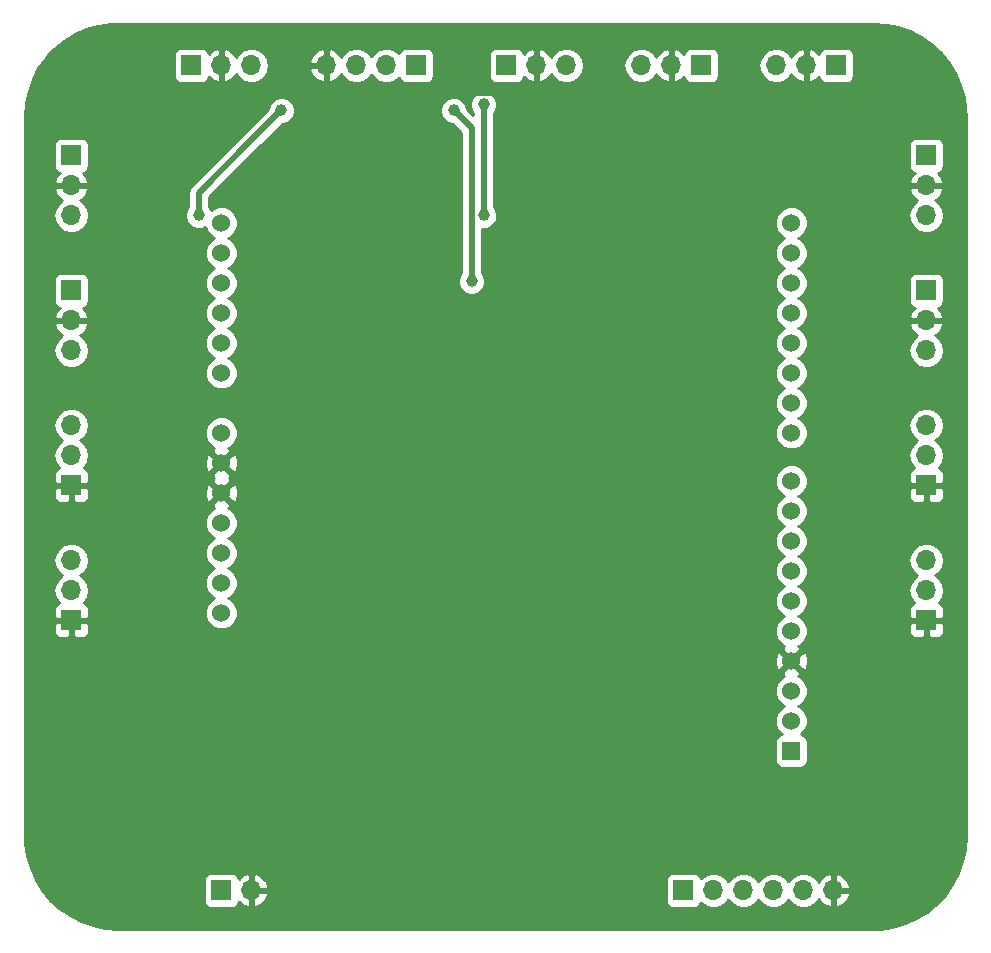
<source format=gbr>
G04 #@! TF.GenerationSoftware,KiCad,Pcbnew,(5.0.1)-4*
G04 #@! TF.CreationDate,2021-03-19T14:51:54+02:00*
G04 #@! TF.ProjectId,Jekabs_ilja_Sumo_Test_Motherboard,4A656B6162735F696C6A615F53756D6F,rev?*
G04 #@! TF.SameCoordinates,Original*
G04 #@! TF.FileFunction,Copper,L1,Top,Signal*
G04 #@! TF.FilePolarity,Positive*
%FSLAX46Y46*%
G04 Gerber Fmt 4.6, Leading zero omitted, Abs format (unit mm)*
G04 Created by KiCad (PCBNEW (5.0.1)-4) date 2021.03.19. 14:51:54*
%MOMM*%
%LPD*%
G01*
G04 APERTURE LIST*
G04 #@! TA.AperFunction,ComponentPad*
%ADD10O,1.700000X1.700000*%
G04 #@! TD*
G04 #@! TA.AperFunction,ComponentPad*
%ADD11R,1.700000X1.700000*%
G04 #@! TD*
G04 #@! TA.AperFunction,ComponentPad*
%ADD12C,1.524000*%
G04 #@! TD*
G04 #@! TA.AperFunction,ComponentPad*
%ADD13R,1.524000X1.524000*%
G04 #@! TD*
G04 #@! TA.AperFunction,ViaPad*
%ADD14C,1.200000*%
G04 #@! TD*
G04 #@! TA.AperFunction,ViaPad*
%ADD15C,0.800000*%
G04 #@! TD*
G04 #@! TA.AperFunction,ViaPad*
%ADD16C,1.000000*%
G04 #@! TD*
G04 #@! TA.AperFunction,Conductor*
%ADD17C,1.000000*%
G04 #@! TD*
G04 #@! TA.AperFunction,Conductor*
%ADD18C,0.500000*%
G04 #@! TD*
G04 #@! TA.AperFunction,Conductor*
%ADD19C,0.254000*%
G04 #@! TD*
G04 APERTURE END LIST*
D10*
G04 #@! TO.P,J7,3*
G04 #@! TO.N,+5V*
X167490000Y-111630000D03*
G04 #@! TO.P,J7,2*
G04 #@! TO.N,IR_A1*
X167490000Y-114170000D03*
D11*
G04 #@! TO.P,J7,1*
G04 #@! TO.N,GND*
X167490000Y-116710000D03*
G04 #@! TD*
D12*
G04 #@! TO.P,MCU1,32*
G04 #@! TO.N,/Echo*
X107800000Y-83055000D03*
G04 #@! TO.P,MCU1,31*
G04 #@! TO.N,IR_E7*
X107800000Y-85595000D03*
G04 #@! TO.P,MCU1,30*
G04 #@! TO.N,IR_A3*
X107800000Y-88135000D03*
G04 #@! TO.P,MCU1,29*
G04 #@! TO.N,IR_A2*
X107800000Y-90675000D03*
G04 #@! TO.P,MCU1,28*
G04 #@! TO.N,IR_A1*
X107800000Y-93215000D03*
G04 #@! TO.P,MCU1,27*
G04 #@! TO.N,IR_A0*
X107800000Y-95755000D03*
G04 #@! TO.P,MCU1,26*
G04 #@! TO.N,Net-(MCU1-Pad26)*
X107800000Y-100835000D03*
G04 #@! TO.P,MCU1,25*
G04 #@! TO.N,GND*
X107800000Y-103375000D03*
G04 #@! TO.P,MCU1,24*
X107800000Y-105915000D03*
G04 #@! TO.P,MCU1,23*
G04 #@! TO.N,Net-(MCU1-Pad23)*
X107800000Y-108455000D03*
G04 #@! TO.P,MCU1,22*
G04 #@! TO.N,Net-(MCU1-Pad22)*
X107800000Y-110995000D03*
G04 #@! TO.P,MCU1,21*
G04 #@! TO.N,Net-(MCU1-Pad21)*
X107800000Y-113535000D03*
G04 #@! TO.P,MCU1,20*
G04 #@! TO.N,+5V*
X107800000Y-116075000D03*
G04 #@! TO.P,MCU1,18*
G04 #@! TO.N,IR_E0*
X156060000Y-83055000D03*
G04 #@! TO.P,MCU1,17*
G04 #@! TO.N,IR_E1*
X156060000Y-85595000D03*
G04 #@! TO.P,MCU1,16*
G04 #@! TO.N,IR_E2*
X156060000Y-88135000D03*
G04 #@! TO.P,MCU1,15*
G04 #@! TO.N,IR_E3*
X156060000Y-90675000D03*
G04 #@! TO.P,MCU1,14*
G04 #@! TO.N,IR_E4*
X156060000Y-93215000D03*
G04 #@! TO.P,MCU1,13*
G04 #@! TO.N,IR_E5*
X156060000Y-95755000D03*
G04 #@! TO.P,MCU1,12*
G04 #@! TO.N,IR_E6*
X156060000Y-98295000D03*
G04 #@! TO.P,MCU1,11*
G04 #@! TO.N,/Trig*
X156060000Y-100835000D03*
G04 #@! TO.P,MCU1,10*
G04 #@! TO.N,M1*
X156060000Y-104899000D03*
G04 #@! TO.P,MCU1,9*
G04 #@! TO.N,M2*
X156060000Y-107439000D03*
G04 #@! TO.P,MCU1,8*
G04 #@! TO.N,M3*
X156060000Y-109979000D03*
G04 #@! TO.P,MCU1,7*
G04 #@! TO.N,M4*
X156060000Y-112519000D03*
G04 #@! TO.P,MCU1,6*
G04 #@! TO.N,Net-(MCU1-Pad6)*
X156060000Y-115059000D03*
G04 #@! TO.P,MCU1,5*
G04 #@! TO.N,Net-(MCU1-Pad5)*
X156060000Y-117599000D03*
G04 #@! TO.P,MCU1,4*
G04 #@! TO.N,GND*
X156060000Y-120139000D03*
G04 #@! TO.P,MCU1,3*
G04 #@! TO.N,Net-(MCU1-Pad3)*
X156060000Y-122679000D03*
G04 #@! TO.P,MCU1,2*
G04 #@! TO.N,Net-(MCU1-Pad2)*
X156060000Y-125219000D03*
D13*
G04 #@! TO.P,MCU1,1*
G04 #@! TO.N,Net-(MCU1-Pad1)*
X156060000Y-127759000D03*
G04 #@! TD*
D11*
G04 #@! TO.P,U1,1*
G04 #@! TO.N,IR_E0*
X148440000Y-69720000D03*
D10*
G04 #@! TO.P,U1,2*
G04 #@! TO.N,GND*
X145900000Y-69720000D03*
G04 #@! TO.P,U1,3*
G04 #@! TO.N,+5V*
X143360000Y-69720000D03*
G04 #@! TD*
G04 #@! TO.P,U2,3*
G04 #@! TO.N,+5V*
X154790000Y-69720000D03*
G04 #@! TO.P,U2,2*
G04 #@! TO.N,GND*
X157330000Y-69720000D03*
D11*
G04 #@! TO.P,U2,1*
G04 #@! TO.N,IR_E1*
X159870000Y-69720000D03*
G04 #@! TD*
D10*
G04 #@! TO.P,U3,3*
G04 #@! TO.N,+5V*
X167490000Y-82420000D03*
G04 #@! TO.P,U3,2*
G04 #@! TO.N,GND*
X167490000Y-79880000D03*
D11*
G04 #@! TO.P,U3,1*
G04 #@! TO.N,IR_E2*
X167490000Y-77340000D03*
G04 #@! TD*
G04 #@! TO.P,U4,1*
G04 #@! TO.N,IR_E3*
X167490000Y-88770000D03*
D10*
G04 #@! TO.P,U4,2*
G04 #@! TO.N,GND*
X167490000Y-91310000D03*
G04 #@! TO.P,U4,3*
G04 #@! TO.N,+5V*
X167490000Y-93850000D03*
G04 #@! TD*
G04 #@! TO.P,U5,3*
G04 #@! TO.N,+5V*
X110340000Y-69720000D03*
G04 #@! TO.P,U5,2*
G04 #@! TO.N,GND*
X107800000Y-69720000D03*
D11*
G04 #@! TO.P,U5,1*
G04 #@! TO.N,IR_E4*
X105260000Y-69720000D03*
G04 #@! TD*
D10*
G04 #@! TO.P,U6,3*
G04 #@! TO.N,+5V*
X95100000Y-82420000D03*
G04 #@! TO.P,U6,2*
G04 #@! TO.N,GND*
X95100000Y-79880000D03*
D11*
G04 #@! TO.P,U6,1*
G04 #@! TO.N,IR_E5*
X95100000Y-77340000D03*
G04 #@! TD*
G04 #@! TO.P,U7,1*
G04 #@! TO.N,IR_E6*
X95100000Y-88770000D03*
D10*
G04 #@! TO.P,U7,2*
G04 #@! TO.N,GND*
X95100000Y-91310000D03*
G04 #@! TO.P,U7,3*
G04 #@! TO.N,+5V*
X95100000Y-93850000D03*
G04 #@! TD*
D11*
G04 #@! TO.P,U8,1*
G04 #@! TO.N,IR_E7*
X131930000Y-69720000D03*
D10*
G04 #@! TO.P,U8,2*
G04 #@! TO.N,GND*
X134470000Y-69720000D03*
G04 #@! TO.P,U8,3*
G04 #@! TO.N,+5V*
X137010000Y-69720000D03*
G04 #@! TD*
G04 #@! TO.P,U9,4*
G04 #@! TO.N,GND*
X116690000Y-69720000D03*
G04 #@! TO.P,U9,3*
G04 #@! TO.N,/Echo*
X119230000Y-69720000D03*
G04 #@! TO.P,U9,2*
G04 #@! TO.N,/Trig*
X121770000Y-69720000D03*
D11*
G04 #@! TO.P,U9,1*
G04 #@! TO.N,+5V*
X124310000Y-69720000D03*
G04 #@! TD*
D10*
G04 #@! TO.P,U10,10*
G04 #@! TO.N,GND*
X159620000Y-139570000D03*
G04 #@! TO.P,U10,9*
G04 #@! TO.N,+5V*
X157080000Y-139570000D03*
G04 #@! TO.P,U10,4*
G04 #@! TO.N,M4*
X154540000Y-139570000D03*
G04 #@! TO.P,U10,3*
G04 #@! TO.N,M3*
X152000000Y-139570000D03*
G04 #@! TO.P,U10,2*
G04 #@! TO.N,M2*
X149460000Y-139570000D03*
D11*
G04 #@! TO.P,U10,1*
G04 #@! TO.N,M1*
X146920000Y-139570000D03*
G04 #@! TD*
D10*
G04 #@! TO.P,U11,4*
G04 #@! TO.N,GND*
X110340000Y-139570000D03*
D11*
G04 #@! TO.P,U11,3*
G04 #@! TO.N,+5V*
X107800000Y-139570000D03*
G04 #@! TD*
D10*
G04 #@! TO.P,J3,3*
G04 #@! TO.N,+5V*
X95100000Y-111630000D03*
G04 #@! TO.P,J3,2*
G04 #@! TO.N,IR_A0*
X95100000Y-114170000D03*
D11*
G04 #@! TO.P,J3,1*
G04 #@! TO.N,GND*
X95100000Y-116710000D03*
G04 #@! TD*
G04 #@! TO.P,J4,1*
G04 #@! TO.N,GND*
X167490000Y-105280000D03*
D10*
G04 #@! TO.P,J4,2*
G04 #@! TO.N,IR_A2*
X167490000Y-102740000D03*
G04 #@! TO.P,J4,3*
G04 #@! TO.N,+5V*
X167490000Y-100200000D03*
G04 #@! TD*
D11*
G04 #@! TO.P,J8,1*
G04 #@! TO.N,GND*
X95100000Y-105280000D03*
D10*
G04 #@! TO.P,J8,2*
G04 #@! TO.N,IR_A3*
X95100000Y-102740000D03*
G04 #@! TO.P,J8,3*
G04 #@! TO.N,+5V*
X95100000Y-100200000D03*
G04 #@! TD*
D14*
G04 #@! TO.N,GND*
X160505000Y-114805000D03*
X160505000Y-104645000D03*
X160505000Y-94485000D03*
X160505000Y-86230000D03*
X157965000Y-77340000D03*
X145900000Y-77340000D03*
X112880000Y-71799999D03*
X102720000Y-79880000D03*
X102720000Y-98930000D03*
X102720000Y-110995000D03*
D15*
X168000000Y-139500000D03*
X168000000Y-70000000D03*
X95000000Y-70000000D03*
D16*
G04 #@! TO.N,/Echo*
X112880000Y-73530000D03*
X105895000Y-82420000D03*
G04 #@! TO.N,IR_E7*
X130025000Y-72999999D03*
X130025000Y-82420000D03*
G04 #@! TO.N,/Trig*
X129000000Y-88000000D03*
X127485000Y-73530000D03*
G04 #@! TD*
D17*
G04 #@! TO.N,GND*
X160505000Y-114805000D02*
X160505000Y-104645000D01*
X160505000Y-104645000D02*
X160505000Y-94485000D01*
X160505000Y-86230000D02*
X160505000Y-94485000D01*
X160505000Y-79880000D02*
X160505000Y-86230000D01*
X157965000Y-77340000D02*
X160505000Y-79880000D01*
X156060000Y-77340000D02*
X157965000Y-77340000D01*
X145900000Y-77340000D02*
X156060000Y-77340000D01*
X140359999Y-71799999D02*
X145900000Y-77340000D01*
X112880000Y-71799999D02*
X140359999Y-71799999D01*
X108200001Y-71799999D02*
X112880000Y-71799999D01*
X102720000Y-77280000D02*
X108200001Y-71799999D01*
X102720000Y-79880000D02*
X102720000Y-77280000D01*
X102720000Y-79880000D02*
X102720000Y-98930000D01*
X102720000Y-105280000D02*
X102720000Y-98930000D01*
X102720000Y-110995000D02*
X102720000Y-105280000D01*
D18*
G04 #@! TO.N,/Echo*
X112880000Y-73530000D02*
X110340000Y-76070000D01*
X105895000Y-82420000D02*
X105895000Y-80515000D01*
X105895000Y-80515000D02*
X110340000Y-76070000D01*
G04 #@! TO.N,IR_E7*
X130025000Y-72999999D02*
X130025000Y-82420000D01*
G04 #@! TO.N,/Trig*
X129000000Y-78000000D02*
X129000000Y-88000000D01*
X129000000Y-75045000D02*
X129000000Y-78000000D01*
X127485000Y-73530000D02*
X129000000Y-75045000D01*
G04 #@! TD*
D19*
G04 #@! TO.N,GND*
G36*
X164060401Y-66258881D02*
X165101184Y-66474417D01*
X166103076Y-66829206D01*
X167047555Y-67316687D01*
X167917140Y-67927842D01*
X168695730Y-68651352D01*
X169368925Y-69473836D01*
X169924270Y-70380077D01*
X170351487Y-71353301D01*
X170642669Y-72375504D01*
X170793948Y-73438448D01*
X170815001Y-74012583D01*
X170815000Y-134976673D01*
X170741119Y-136060399D01*
X170525584Y-137101180D01*
X170170793Y-138103079D01*
X169683313Y-139047555D01*
X169072158Y-139917140D01*
X168348648Y-140695729D01*
X167526164Y-141368926D01*
X166619923Y-141924270D01*
X165646696Y-142351488D01*
X164624496Y-142642669D01*
X163561552Y-142793948D01*
X162987444Y-142815000D01*
X99023327Y-142815000D01*
X97939601Y-142741119D01*
X96898820Y-142525584D01*
X95896921Y-142170793D01*
X94952445Y-141683313D01*
X94082860Y-141072158D01*
X93304271Y-140348648D01*
X92631074Y-139526164D01*
X92137058Y-138720000D01*
X106302560Y-138720000D01*
X106302560Y-140420000D01*
X106351843Y-140667765D01*
X106492191Y-140877809D01*
X106702235Y-141018157D01*
X106950000Y-141067440D01*
X108650000Y-141067440D01*
X108897765Y-141018157D01*
X109107809Y-140877809D01*
X109248157Y-140667765D01*
X109268739Y-140564292D01*
X109573076Y-140841645D01*
X109983110Y-141011476D01*
X110213000Y-140890155D01*
X110213000Y-139697000D01*
X110467000Y-139697000D01*
X110467000Y-140890155D01*
X110696890Y-141011476D01*
X111106924Y-140841645D01*
X111535183Y-140451358D01*
X111781486Y-139926892D01*
X111660819Y-139697000D01*
X110467000Y-139697000D01*
X110213000Y-139697000D01*
X110193000Y-139697000D01*
X110193000Y-139443000D01*
X110213000Y-139443000D01*
X110213000Y-138249845D01*
X110467000Y-138249845D01*
X110467000Y-139443000D01*
X111660819Y-139443000D01*
X111781486Y-139213108D01*
X111549910Y-138720000D01*
X145422560Y-138720000D01*
X145422560Y-140420000D01*
X145471843Y-140667765D01*
X145612191Y-140877809D01*
X145822235Y-141018157D01*
X146070000Y-141067440D01*
X147770000Y-141067440D01*
X148017765Y-141018157D01*
X148227809Y-140877809D01*
X148368157Y-140667765D01*
X148377184Y-140622381D01*
X148389375Y-140640625D01*
X148880582Y-140968839D01*
X149313744Y-141055000D01*
X149606256Y-141055000D01*
X150039418Y-140968839D01*
X150530625Y-140640625D01*
X150730000Y-140342239D01*
X150929375Y-140640625D01*
X151420582Y-140968839D01*
X151853744Y-141055000D01*
X152146256Y-141055000D01*
X152579418Y-140968839D01*
X153070625Y-140640625D01*
X153270000Y-140342239D01*
X153469375Y-140640625D01*
X153960582Y-140968839D01*
X154393744Y-141055000D01*
X154686256Y-141055000D01*
X155119418Y-140968839D01*
X155610625Y-140640625D01*
X155810000Y-140342239D01*
X156009375Y-140640625D01*
X156500582Y-140968839D01*
X156933744Y-141055000D01*
X157226256Y-141055000D01*
X157659418Y-140968839D01*
X158150625Y-140640625D01*
X158363843Y-140321522D01*
X158424817Y-140451358D01*
X158853076Y-140841645D01*
X159263110Y-141011476D01*
X159493000Y-140890155D01*
X159493000Y-139697000D01*
X159747000Y-139697000D01*
X159747000Y-140890155D01*
X159976890Y-141011476D01*
X160386924Y-140841645D01*
X160815183Y-140451358D01*
X161061486Y-139926892D01*
X160940819Y-139697000D01*
X159747000Y-139697000D01*
X159493000Y-139697000D01*
X159473000Y-139697000D01*
X159473000Y-139443000D01*
X159493000Y-139443000D01*
X159493000Y-138249845D01*
X159747000Y-138249845D01*
X159747000Y-139443000D01*
X160940819Y-139443000D01*
X161061486Y-139213108D01*
X160815183Y-138688642D01*
X160386924Y-138298355D01*
X159976890Y-138128524D01*
X159747000Y-138249845D01*
X159493000Y-138249845D01*
X159263110Y-138128524D01*
X158853076Y-138298355D01*
X158424817Y-138688642D01*
X158363843Y-138818478D01*
X158150625Y-138499375D01*
X157659418Y-138171161D01*
X157226256Y-138085000D01*
X156933744Y-138085000D01*
X156500582Y-138171161D01*
X156009375Y-138499375D01*
X155810000Y-138797761D01*
X155610625Y-138499375D01*
X155119418Y-138171161D01*
X154686256Y-138085000D01*
X154393744Y-138085000D01*
X153960582Y-138171161D01*
X153469375Y-138499375D01*
X153270000Y-138797761D01*
X153070625Y-138499375D01*
X152579418Y-138171161D01*
X152146256Y-138085000D01*
X151853744Y-138085000D01*
X151420582Y-138171161D01*
X150929375Y-138499375D01*
X150730000Y-138797761D01*
X150530625Y-138499375D01*
X150039418Y-138171161D01*
X149606256Y-138085000D01*
X149313744Y-138085000D01*
X148880582Y-138171161D01*
X148389375Y-138499375D01*
X148377184Y-138517619D01*
X148368157Y-138472235D01*
X148227809Y-138262191D01*
X148017765Y-138121843D01*
X147770000Y-138072560D01*
X146070000Y-138072560D01*
X145822235Y-138121843D01*
X145612191Y-138262191D01*
X145471843Y-138472235D01*
X145422560Y-138720000D01*
X111549910Y-138720000D01*
X111535183Y-138688642D01*
X111106924Y-138298355D01*
X110696890Y-138128524D01*
X110467000Y-138249845D01*
X110213000Y-138249845D01*
X109983110Y-138128524D01*
X109573076Y-138298355D01*
X109268739Y-138575708D01*
X109248157Y-138472235D01*
X109107809Y-138262191D01*
X108897765Y-138121843D01*
X108650000Y-138072560D01*
X106950000Y-138072560D01*
X106702235Y-138121843D01*
X106492191Y-138262191D01*
X106351843Y-138472235D01*
X106302560Y-138720000D01*
X92137058Y-138720000D01*
X92075730Y-138619923D01*
X91648512Y-137646696D01*
X91357331Y-136624496D01*
X91206052Y-135561552D01*
X91185000Y-134987444D01*
X91185000Y-126997000D01*
X154650560Y-126997000D01*
X154650560Y-128521000D01*
X154699843Y-128768765D01*
X154840191Y-128978809D01*
X155050235Y-129119157D01*
X155298000Y-129168440D01*
X156822000Y-129168440D01*
X157069765Y-129119157D01*
X157279809Y-128978809D01*
X157420157Y-128768765D01*
X157469440Y-128521000D01*
X157469440Y-126997000D01*
X157420157Y-126749235D01*
X157279809Y-126539191D01*
X157069765Y-126398843D01*
X156891310Y-126363347D01*
X157244320Y-126010337D01*
X157457000Y-125496881D01*
X157457000Y-124941119D01*
X157244320Y-124427663D01*
X156851337Y-124034680D01*
X156644487Y-123949000D01*
X156851337Y-123863320D01*
X157244320Y-123470337D01*
X157457000Y-122956881D01*
X157457000Y-122401119D01*
X157244320Y-121887663D01*
X156851337Y-121494680D01*
X156660353Y-121415572D01*
X156791143Y-121361397D01*
X156860608Y-121119213D01*
X156060000Y-120318605D01*
X155259392Y-121119213D01*
X155328857Y-121361397D01*
X155469393Y-121411535D01*
X155268663Y-121494680D01*
X154875680Y-121887663D01*
X154663000Y-122401119D01*
X154663000Y-122956881D01*
X154875680Y-123470337D01*
X155268663Y-123863320D01*
X155475513Y-123949000D01*
X155268663Y-124034680D01*
X154875680Y-124427663D01*
X154663000Y-124941119D01*
X154663000Y-125496881D01*
X154875680Y-126010337D01*
X155228690Y-126363347D01*
X155050235Y-126398843D01*
X154840191Y-126539191D01*
X154699843Y-126749235D01*
X154650560Y-126997000D01*
X91185000Y-126997000D01*
X91185000Y-119931302D01*
X154650856Y-119931302D01*
X154678638Y-120486368D01*
X154837603Y-120870143D01*
X155079787Y-120939608D01*
X155880395Y-120139000D01*
X156239605Y-120139000D01*
X157040213Y-120939608D01*
X157282397Y-120870143D01*
X157469144Y-120346698D01*
X157441362Y-119791632D01*
X157282397Y-119407857D01*
X157040213Y-119338392D01*
X156239605Y-120139000D01*
X155880395Y-120139000D01*
X155079787Y-119338392D01*
X154837603Y-119407857D01*
X154650856Y-119931302D01*
X91185000Y-119931302D01*
X91185000Y-116995750D01*
X93615000Y-116995750D01*
X93615000Y-117686310D01*
X93711673Y-117919699D01*
X93890302Y-118098327D01*
X94123691Y-118195000D01*
X94814250Y-118195000D01*
X94973000Y-118036250D01*
X94973000Y-116837000D01*
X95227000Y-116837000D01*
X95227000Y-118036250D01*
X95385750Y-118195000D01*
X96076309Y-118195000D01*
X96309698Y-118098327D01*
X96488327Y-117919699D01*
X96585000Y-117686310D01*
X96585000Y-116995750D01*
X96426250Y-116837000D01*
X95227000Y-116837000D01*
X94973000Y-116837000D01*
X93773750Y-116837000D01*
X93615000Y-116995750D01*
X91185000Y-116995750D01*
X91185000Y-111630000D01*
X93585908Y-111630000D01*
X93701161Y-112209418D01*
X94029375Y-112700625D01*
X94327761Y-112900000D01*
X94029375Y-113099375D01*
X93701161Y-113590582D01*
X93585908Y-114170000D01*
X93701161Y-114749418D01*
X94029375Y-115240625D01*
X94051033Y-115255096D01*
X93890302Y-115321673D01*
X93711673Y-115500301D01*
X93615000Y-115733690D01*
X93615000Y-116424250D01*
X93773750Y-116583000D01*
X94973000Y-116583000D01*
X94973000Y-116563000D01*
X95227000Y-116563000D01*
X95227000Y-116583000D01*
X96426250Y-116583000D01*
X96585000Y-116424250D01*
X96585000Y-115733690D01*
X96488327Y-115500301D01*
X96309698Y-115321673D01*
X96148967Y-115255096D01*
X96170625Y-115240625D01*
X96498839Y-114749418D01*
X96614092Y-114170000D01*
X96498839Y-113590582D01*
X96170625Y-113099375D01*
X95872239Y-112900000D01*
X96170625Y-112700625D01*
X96498839Y-112209418D01*
X96614092Y-111630000D01*
X96498839Y-111050582D01*
X96170625Y-110559375D01*
X95679418Y-110231161D01*
X95246256Y-110145000D01*
X94953744Y-110145000D01*
X94520582Y-110231161D01*
X94029375Y-110559375D01*
X93701161Y-111050582D01*
X93585908Y-111630000D01*
X91185000Y-111630000D01*
X91185000Y-108177119D01*
X106403000Y-108177119D01*
X106403000Y-108732881D01*
X106615680Y-109246337D01*
X107008663Y-109639320D01*
X107215513Y-109725000D01*
X107008663Y-109810680D01*
X106615680Y-110203663D01*
X106403000Y-110717119D01*
X106403000Y-111272881D01*
X106615680Y-111786337D01*
X107008663Y-112179320D01*
X107215513Y-112265000D01*
X107008663Y-112350680D01*
X106615680Y-112743663D01*
X106403000Y-113257119D01*
X106403000Y-113812881D01*
X106615680Y-114326337D01*
X107008663Y-114719320D01*
X107215513Y-114805000D01*
X107008663Y-114890680D01*
X106615680Y-115283663D01*
X106403000Y-115797119D01*
X106403000Y-116352881D01*
X106615680Y-116866337D01*
X107008663Y-117259320D01*
X107522119Y-117472000D01*
X108077881Y-117472000D01*
X108591337Y-117259320D01*
X108984320Y-116866337D01*
X109197000Y-116352881D01*
X109197000Y-115797119D01*
X108984320Y-115283663D01*
X108591337Y-114890680D01*
X108384487Y-114805000D01*
X108591337Y-114719320D01*
X108984320Y-114326337D01*
X109197000Y-113812881D01*
X109197000Y-113257119D01*
X108984320Y-112743663D01*
X108591337Y-112350680D01*
X108384487Y-112265000D01*
X108591337Y-112179320D01*
X108984320Y-111786337D01*
X109197000Y-111272881D01*
X109197000Y-110717119D01*
X108984320Y-110203663D01*
X108591337Y-109810680D01*
X108384487Y-109725000D01*
X108591337Y-109639320D01*
X108984320Y-109246337D01*
X109197000Y-108732881D01*
X109197000Y-108177119D01*
X108984320Y-107663663D01*
X108591337Y-107270680D01*
X108400353Y-107191572D01*
X108531143Y-107137397D01*
X108600608Y-106895213D01*
X107800000Y-106094605D01*
X106999392Y-106895213D01*
X107068857Y-107137397D01*
X107209393Y-107187535D01*
X107008663Y-107270680D01*
X106615680Y-107663663D01*
X106403000Y-108177119D01*
X91185000Y-108177119D01*
X91185000Y-105565750D01*
X93615000Y-105565750D01*
X93615000Y-106256310D01*
X93711673Y-106489699D01*
X93890302Y-106668327D01*
X94123691Y-106765000D01*
X94814250Y-106765000D01*
X94973000Y-106606250D01*
X94973000Y-105407000D01*
X95227000Y-105407000D01*
X95227000Y-106606250D01*
X95385750Y-106765000D01*
X96076309Y-106765000D01*
X96309698Y-106668327D01*
X96488327Y-106489699D01*
X96585000Y-106256310D01*
X96585000Y-105707302D01*
X106390856Y-105707302D01*
X106418638Y-106262368D01*
X106577603Y-106646143D01*
X106819787Y-106715608D01*
X107620395Y-105915000D01*
X107979605Y-105915000D01*
X108780213Y-106715608D01*
X109022397Y-106646143D01*
X109209144Y-106122698D01*
X109181362Y-105567632D01*
X109022397Y-105183857D01*
X108780213Y-105114392D01*
X107979605Y-105915000D01*
X107620395Y-105915000D01*
X106819787Y-105114392D01*
X106577603Y-105183857D01*
X106390856Y-105707302D01*
X96585000Y-105707302D01*
X96585000Y-105565750D01*
X96426250Y-105407000D01*
X95227000Y-105407000D01*
X94973000Y-105407000D01*
X93773750Y-105407000D01*
X93615000Y-105565750D01*
X91185000Y-105565750D01*
X91185000Y-100200000D01*
X93585908Y-100200000D01*
X93701161Y-100779418D01*
X94029375Y-101270625D01*
X94327761Y-101470000D01*
X94029375Y-101669375D01*
X93701161Y-102160582D01*
X93585908Y-102740000D01*
X93701161Y-103319418D01*
X94029375Y-103810625D01*
X94051033Y-103825096D01*
X93890302Y-103891673D01*
X93711673Y-104070301D01*
X93615000Y-104303690D01*
X93615000Y-104994250D01*
X93773750Y-105153000D01*
X94973000Y-105153000D01*
X94973000Y-105133000D01*
X95227000Y-105133000D01*
X95227000Y-105153000D01*
X96426250Y-105153000D01*
X96585000Y-104994250D01*
X96585000Y-104355213D01*
X106999392Y-104355213D01*
X107068857Y-104597397D01*
X107192344Y-104641453D01*
X107068857Y-104692603D01*
X106999392Y-104934787D01*
X107800000Y-105735395D01*
X108600608Y-104934787D01*
X108531143Y-104692603D01*
X108407656Y-104648547D01*
X108473873Y-104621119D01*
X154663000Y-104621119D01*
X154663000Y-105176881D01*
X154875680Y-105690337D01*
X155268663Y-106083320D01*
X155475513Y-106169000D01*
X155268663Y-106254680D01*
X154875680Y-106647663D01*
X154663000Y-107161119D01*
X154663000Y-107716881D01*
X154875680Y-108230337D01*
X155268663Y-108623320D01*
X155475513Y-108709000D01*
X155268663Y-108794680D01*
X154875680Y-109187663D01*
X154663000Y-109701119D01*
X154663000Y-110256881D01*
X154875680Y-110770337D01*
X155268663Y-111163320D01*
X155475513Y-111249000D01*
X155268663Y-111334680D01*
X154875680Y-111727663D01*
X154663000Y-112241119D01*
X154663000Y-112796881D01*
X154875680Y-113310337D01*
X155268663Y-113703320D01*
X155475513Y-113789000D01*
X155268663Y-113874680D01*
X154875680Y-114267663D01*
X154663000Y-114781119D01*
X154663000Y-115336881D01*
X154875680Y-115850337D01*
X155268663Y-116243320D01*
X155475513Y-116329000D01*
X155268663Y-116414680D01*
X154875680Y-116807663D01*
X154663000Y-117321119D01*
X154663000Y-117876881D01*
X154875680Y-118390337D01*
X155268663Y-118783320D01*
X155459647Y-118862428D01*
X155328857Y-118916603D01*
X155259392Y-119158787D01*
X156060000Y-119959395D01*
X156860608Y-119158787D01*
X156791143Y-118916603D01*
X156650607Y-118866465D01*
X156851337Y-118783320D01*
X157244320Y-118390337D01*
X157457000Y-117876881D01*
X157457000Y-117321119D01*
X157322229Y-116995750D01*
X166005000Y-116995750D01*
X166005000Y-117686310D01*
X166101673Y-117919699D01*
X166280302Y-118098327D01*
X166513691Y-118195000D01*
X167204250Y-118195000D01*
X167363000Y-118036250D01*
X167363000Y-116837000D01*
X167617000Y-116837000D01*
X167617000Y-118036250D01*
X167775750Y-118195000D01*
X168466309Y-118195000D01*
X168699698Y-118098327D01*
X168878327Y-117919699D01*
X168975000Y-117686310D01*
X168975000Y-116995750D01*
X168816250Y-116837000D01*
X167617000Y-116837000D01*
X167363000Y-116837000D01*
X166163750Y-116837000D01*
X166005000Y-116995750D01*
X157322229Y-116995750D01*
X157244320Y-116807663D01*
X156851337Y-116414680D01*
X156644487Y-116329000D01*
X156851337Y-116243320D01*
X157244320Y-115850337D01*
X157457000Y-115336881D01*
X157457000Y-114781119D01*
X157244320Y-114267663D01*
X156851337Y-113874680D01*
X156644487Y-113789000D01*
X156851337Y-113703320D01*
X157244320Y-113310337D01*
X157457000Y-112796881D01*
X157457000Y-112241119D01*
X157244320Y-111727663D01*
X157146657Y-111630000D01*
X165975908Y-111630000D01*
X166091161Y-112209418D01*
X166419375Y-112700625D01*
X166717761Y-112900000D01*
X166419375Y-113099375D01*
X166091161Y-113590582D01*
X165975908Y-114170000D01*
X166091161Y-114749418D01*
X166419375Y-115240625D01*
X166441033Y-115255096D01*
X166280302Y-115321673D01*
X166101673Y-115500301D01*
X166005000Y-115733690D01*
X166005000Y-116424250D01*
X166163750Y-116583000D01*
X167363000Y-116583000D01*
X167363000Y-116563000D01*
X167617000Y-116563000D01*
X167617000Y-116583000D01*
X168816250Y-116583000D01*
X168975000Y-116424250D01*
X168975000Y-115733690D01*
X168878327Y-115500301D01*
X168699698Y-115321673D01*
X168538967Y-115255096D01*
X168560625Y-115240625D01*
X168888839Y-114749418D01*
X169004092Y-114170000D01*
X168888839Y-113590582D01*
X168560625Y-113099375D01*
X168262239Y-112900000D01*
X168560625Y-112700625D01*
X168888839Y-112209418D01*
X169004092Y-111630000D01*
X168888839Y-111050582D01*
X168560625Y-110559375D01*
X168069418Y-110231161D01*
X167636256Y-110145000D01*
X167343744Y-110145000D01*
X166910582Y-110231161D01*
X166419375Y-110559375D01*
X166091161Y-111050582D01*
X165975908Y-111630000D01*
X157146657Y-111630000D01*
X156851337Y-111334680D01*
X156644487Y-111249000D01*
X156851337Y-111163320D01*
X157244320Y-110770337D01*
X157457000Y-110256881D01*
X157457000Y-109701119D01*
X157244320Y-109187663D01*
X156851337Y-108794680D01*
X156644487Y-108709000D01*
X156851337Y-108623320D01*
X157244320Y-108230337D01*
X157457000Y-107716881D01*
X157457000Y-107161119D01*
X157244320Y-106647663D01*
X156851337Y-106254680D01*
X156644487Y-106169000D01*
X156851337Y-106083320D01*
X157244320Y-105690337D01*
X157295925Y-105565750D01*
X166005000Y-105565750D01*
X166005000Y-106256310D01*
X166101673Y-106489699D01*
X166280302Y-106668327D01*
X166513691Y-106765000D01*
X167204250Y-106765000D01*
X167363000Y-106606250D01*
X167363000Y-105407000D01*
X167617000Y-105407000D01*
X167617000Y-106606250D01*
X167775750Y-106765000D01*
X168466309Y-106765000D01*
X168699698Y-106668327D01*
X168878327Y-106489699D01*
X168975000Y-106256310D01*
X168975000Y-105565750D01*
X168816250Y-105407000D01*
X167617000Y-105407000D01*
X167363000Y-105407000D01*
X166163750Y-105407000D01*
X166005000Y-105565750D01*
X157295925Y-105565750D01*
X157457000Y-105176881D01*
X157457000Y-104621119D01*
X157244320Y-104107663D01*
X156851337Y-103714680D01*
X156337881Y-103502000D01*
X155782119Y-103502000D01*
X155268663Y-103714680D01*
X154875680Y-104107663D01*
X154663000Y-104621119D01*
X108473873Y-104621119D01*
X108531143Y-104597397D01*
X108600608Y-104355213D01*
X107800000Y-103554605D01*
X106999392Y-104355213D01*
X96585000Y-104355213D01*
X96585000Y-104303690D01*
X96488327Y-104070301D01*
X96309698Y-103891673D01*
X96148967Y-103825096D01*
X96170625Y-103810625D01*
X96498839Y-103319418D01*
X96529096Y-103167302D01*
X106390856Y-103167302D01*
X106418638Y-103722368D01*
X106577603Y-104106143D01*
X106819787Y-104175608D01*
X107620395Y-103375000D01*
X107979605Y-103375000D01*
X108780213Y-104175608D01*
X109022397Y-104106143D01*
X109209144Y-103582698D01*
X109181362Y-103027632D01*
X109022397Y-102643857D01*
X108780213Y-102574392D01*
X107979605Y-103375000D01*
X107620395Y-103375000D01*
X106819787Y-102574392D01*
X106577603Y-102643857D01*
X106390856Y-103167302D01*
X96529096Y-103167302D01*
X96614092Y-102740000D01*
X96498839Y-102160582D01*
X96170625Y-101669375D01*
X95872239Y-101470000D01*
X96170625Y-101270625D01*
X96498839Y-100779418D01*
X96543056Y-100557119D01*
X106403000Y-100557119D01*
X106403000Y-101112881D01*
X106615680Y-101626337D01*
X107008663Y-102019320D01*
X107199647Y-102098428D01*
X107068857Y-102152603D01*
X106999392Y-102394787D01*
X107800000Y-103195395D01*
X108600608Y-102394787D01*
X108531143Y-102152603D01*
X108390607Y-102102465D01*
X108591337Y-102019320D01*
X108984320Y-101626337D01*
X109197000Y-101112881D01*
X109197000Y-100557119D01*
X108984320Y-100043663D01*
X108591337Y-99650680D01*
X108077881Y-99438000D01*
X107522119Y-99438000D01*
X107008663Y-99650680D01*
X106615680Y-100043663D01*
X106403000Y-100557119D01*
X96543056Y-100557119D01*
X96614092Y-100200000D01*
X96498839Y-99620582D01*
X96170625Y-99129375D01*
X95679418Y-98801161D01*
X95246256Y-98715000D01*
X94953744Y-98715000D01*
X94520582Y-98801161D01*
X94029375Y-99129375D01*
X93701161Y-99620582D01*
X93585908Y-100200000D01*
X91185000Y-100200000D01*
X91185000Y-93850000D01*
X93585908Y-93850000D01*
X93701161Y-94429418D01*
X94029375Y-94920625D01*
X94520582Y-95248839D01*
X94953744Y-95335000D01*
X95246256Y-95335000D01*
X95679418Y-95248839D01*
X96170625Y-94920625D01*
X96498839Y-94429418D01*
X96614092Y-93850000D01*
X96498839Y-93270582D01*
X96170625Y-92779375D01*
X95851522Y-92566157D01*
X95981358Y-92505183D01*
X96371645Y-92076924D01*
X96541476Y-91666890D01*
X96420155Y-91437000D01*
X95227000Y-91437000D01*
X95227000Y-91457000D01*
X94973000Y-91457000D01*
X94973000Y-91437000D01*
X93779845Y-91437000D01*
X93658524Y-91666890D01*
X93828355Y-92076924D01*
X94218642Y-92505183D01*
X94348478Y-92566157D01*
X94029375Y-92779375D01*
X93701161Y-93270582D01*
X93585908Y-93850000D01*
X91185000Y-93850000D01*
X91185000Y-87920000D01*
X93602560Y-87920000D01*
X93602560Y-89620000D01*
X93651843Y-89867765D01*
X93792191Y-90077809D01*
X94002235Y-90218157D01*
X94105708Y-90238739D01*
X93828355Y-90543076D01*
X93658524Y-90953110D01*
X93779845Y-91183000D01*
X94973000Y-91183000D01*
X94973000Y-91163000D01*
X95227000Y-91163000D01*
X95227000Y-91183000D01*
X96420155Y-91183000D01*
X96541476Y-90953110D01*
X96371645Y-90543076D01*
X96094292Y-90238739D01*
X96197765Y-90218157D01*
X96407809Y-90077809D01*
X96548157Y-89867765D01*
X96597440Y-89620000D01*
X96597440Y-87920000D01*
X96548157Y-87672235D01*
X96407809Y-87462191D01*
X96197765Y-87321843D01*
X95950000Y-87272560D01*
X94250000Y-87272560D01*
X94002235Y-87321843D01*
X93792191Y-87462191D01*
X93651843Y-87672235D01*
X93602560Y-87920000D01*
X91185000Y-87920000D01*
X91185000Y-82420000D01*
X93585908Y-82420000D01*
X93701161Y-82999418D01*
X94029375Y-83490625D01*
X94520582Y-83818839D01*
X94953744Y-83905000D01*
X95246256Y-83905000D01*
X95679418Y-83818839D01*
X96170625Y-83490625D01*
X96498839Y-82999418D01*
X96614092Y-82420000D01*
X96569185Y-82194234D01*
X104760000Y-82194234D01*
X104760000Y-82645766D01*
X104932793Y-83062926D01*
X105252074Y-83382207D01*
X105669234Y-83555000D01*
X106120766Y-83555000D01*
X106440199Y-83422687D01*
X106615680Y-83846337D01*
X107008663Y-84239320D01*
X107215513Y-84325000D01*
X107008663Y-84410680D01*
X106615680Y-84803663D01*
X106403000Y-85317119D01*
X106403000Y-85872881D01*
X106615680Y-86386337D01*
X107008663Y-86779320D01*
X107215513Y-86865000D01*
X107008663Y-86950680D01*
X106615680Y-87343663D01*
X106403000Y-87857119D01*
X106403000Y-88412881D01*
X106615680Y-88926337D01*
X107008663Y-89319320D01*
X107215513Y-89405000D01*
X107008663Y-89490680D01*
X106615680Y-89883663D01*
X106403000Y-90397119D01*
X106403000Y-90952881D01*
X106615680Y-91466337D01*
X107008663Y-91859320D01*
X107215513Y-91945000D01*
X107008663Y-92030680D01*
X106615680Y-92423663D01*
X106403000Y-92937119D01*
X106403000Y-93492881D01*
X106615680Y-94006337D01*
X107008663Y-94399320D01*
X107215513Y-94485000D01*
X107008663Y-94570680D01*
X106615680Y-94963663D01*
X106403000Y-95477119D01*
X106403000Y-96032881D01*
X106615680Y-96546337D01*
X107008663Y-96939320D01*
X107522119Y-97152000D01*
X108077881Y-97152000D01*
X108591337Y-96939320D01*
X108984320Y-96546337D01*
X109197000Y-96032881D01*
X109197000Y-95477119D01*
X108984320Y-94963663D01*
X108591337Y-94570680D01*
X108384487Y-94485000D01*
X108591337Y-94399320D01*
X108984320Y-94006337D01*
X109197000Y-93492881D01*
X109197000Y-92937119D01*
X108984320Y-92423663D01*
X108591337Y-92030680D01*
X108384487Y-91945000D01*
X108591337Y-91859320D01*
X108984320Y-91466337D01*
X109197000Y-90952881D01*
X109197000Y-90397119D01*
X108984320Y-89883663D01*
X108591337Y-89490680D01*
X108384487Y-89405000D01*
X108591337Y-89319320D01*
X108984320Y-88926337D01*
X109197000Y-88412881D01*
X109197000Y-87857119D01*
X108984320Y-87343663D01*
X108591337Y-86950680D01*
X108384487Y-86865000D01*
X108591337Y-86779320D01*
X108984320Y-86386337D01*
X109197000Y-85872881D01*
X109197000Y-85317119D01*
X108984320Y-84803663D01*
X108591337Y-84410680D01*
X108384487Y-84325000D01*
X108591337Y-84239320D01*
X108984320Y-83846337D01*
X109197000Y-83332881D01*
X109197000Y-82777119D01*
X108984320Y-82263663D01*
X108591337Y-81870680D01*
X108077881Y-81658000D01*
X107522119Y-81658000D01*
X107008663Y-81870680D01*
X106928984Y-81950359D01*
X106857207Y-81777074D01*
X106780000Y-81699867D01*
X106780000Y-80881578D01*
X111027424Y-76634155D01*
X111027426Y-76634152D01*
X112996579Y-74665000D01*
X113105766Y-74665000D01*
X113522926Y-74492207D01*
X113842207Y-74172926D01*
X114015000Y-73755766D01*
X114015000Y-73304234D01*
X126350000Y-73304234D01*
X126350000Y-73755766D01*
X126522793Y-74172926D01*
X126842074Y-74492207D01*
X127259234Y-74665000D01*
X127368422Y-74665000D01*
X128115000Y-75411579D01*
X128115001Y-77912831D01*
X128115000Y-77912836D01*
X128115001Y-87279866D01*
X128037793Y-87357074D01*
X127865000Y-87774234D01*
X127865000Y-88225766D01*
X128037793Y-88642926D01*
X128357074Y-88962207D01*
X128774234Y-89135000D01*
X129225766Y-89135000D01*
X129642926Y-88962207D01*
X129962207Y-88642926D01*
X130135000Y-88225766D01*
X130135000Y-87774234D01*
X129962207Y-87357074D01*
X129885000Y-87279867D01*
X129885000Y-83555000D01*
X130250766Y-83555000D01*
X130667926Y-83382207D01*
X130987207Y-83062926D01*
X131105591Y-82777119D01*
X154663000Y-82777119D01*
X154663000Y-83332881D01*
X154875680Y-83846337D01*
X155268663Y-84239320D01*
X155475513Y-84325000D01*
X155268663Y-84410680D01*
X154875680Y-84803663D01*
X154663000Y-85317119D01*
X154663000Y-85872881D01*
X154875680Y-86386337D01*
X155268663Y-86779320D01*
X155475513Y-86865000D01*
X155268663Y-86950680D01*
X154875680Y-87343663D01*
X154663000Y-87857119D01*
X154663000Y-88412881D01*
X154875680Y-88926337D01*
X155268663Y-89319320D01*
X155475513Y-89405000D01*
X155268663Y-89490680D01*
X154875680Y-89883663D01*
X154663000Y-90397119D01*
X154663000Y-90952881D01*
X154875680Y-91466337D01*
X155268663Y-91859320D01*
X155475513Y-91945000D01*
X155268663Y-92030680D01*
X154875680Y-92423663D01*
X154663000Y-92937119D01*
X154663000Y-93492881D01*
X154875680Y-94006337D01*
X155268663Y-94399320D01*
X155475513Y-94485000D01*
X155268663Y-94570680D01*
X154875680Y-94963663D01*
X154663000Y-95477119D01*
X154663000Y-96032881D01*
X154875680Y-96546337D01*
X155268663Y-96939320D01*
X155475513Y-97025000D01*
X155268663Y-97110680D01*
X154875680Y-97503663D01*
X154663000Y-98017119D01*
X154663000Y-98572881D01*
X154875680Y-99086337D01*
X155268663Y-99479320D01*
X155475513Y-99565000D01*
X155268663Y-99650680D01*
X154875680Y-100043663D01*
X154663000Y-100557119D01*
X154663000Y-101112881D01*
X154875680Y-101626337D01*
X155268663Y-102019320D01*
X155782119Y-102232000D01*
X156337881Y-102232000D01*
X156851337Y-102019320D01*
X157244320Y-101626337D01*
X157457000Y-101112881D01*
X157457000Y-100557119D01*
X157309077Y-100200000D01*
X165975908Y-100200000D01*
X166091161Y-100779418D01*
X166419375Y-101270625D01*
X166717761Y-101470000D01*
X166419375Y-101669375D01*
X166091161Y-102160582D01*
X165975908Y-102740000D01*
X166091161Y-103319418D01*
X166419375Y-103810625D01*
X166441033Y-103825096D01*
X166280302Y-103891673D01*
X166101673Y-104070301D01*
X166005000Y-104303690D01*
X166005000Y-104994250D01*
X166163750Y-105153000D01*
X167363000Y-105153000D01*
X167363000Y-105133000D01*
X167617000Y-105133000D01*
X167617000Y-105153000D01*
X168816250Y-105153000D01*
X168975000Y-104994250D01*
X168975000Y-104303690D01*
X168878327Y-104070301D01*
X168699698Y-103891673D01*
X168538967Y-103825096D01*
X168560625Y-103810625D01*
X168888839Y-103319418D01*
X169004092Y-102740000D01*
X168888839Y-102160582D01*
X168560625Y-101669375D01*
X168262239Y-101470000D01*
X168560625Y-101270625D01*
X168888839Y-100779418D01*
X169004092Y-100200000D01*
X168888839Y-99620582D01*
X168560625Y-99129375D01*
X168069418Y-98801161D01*
X167636256Y-98715000D01*
X167343744Y-98715000D01*
X166910582Y-98801161D01*
X166419375Y-99129375D01*
X166091161Y-99620582D01*
X165975908Y-100200000D01*
X157309077Y-100200000D01*
X157244320Y-100043663D01*
X156851337Y-99650680D01*
X156644487Y-99565000D01*
X156851337Y-99479320D01*
X157244320Y-99086337D01*
X157457000Y-98572881D01*
X157457000Y-98017119D01*
X157244320Y-97503663D01*
X156851337Y-97110680D01*
X156644487Y-97025000D01*
X156851337Y-96939320D01*
X157244320Y-96546337D01*
X157457000Y-96032881D01*
X157457000Y-95477119D01*
X157244320Y-94963663D01*
X156851337Y-94570680D01*
X156644487Y-94485000D01*
X156851337Y-94399320D01*
X157244320Y-94006337D01*
X157309076Y-93850000D01*
X165975908Y-93850000D01*
X166091161Y-94429418D01*
X166419375Y-94920625D01*
X166910582Y-95248839D01*
X167343744Y-95335000D01*
X167636256Y-95335000D01*
X168069418Y-95248839D01*
X168560625Y-94920625D01*
X168888839Y-94429418D01*
X169004092Y-93850000D01*
X168888839Y-93270582D01*
X168560625Y-92779375D01*
X168241522Y-92566157D01*
X168371358Y-92505183D01*
X168761645Y-92076924D01*
X168931476Y-91666890D01*
X168810155Y-91437000D01*
X167617000Y-91437000D01*
X167617000Y-91457000D01*
X167363000Y-91457000D01*
X167363000Y-91437000D01*
X166169845Y-91437000D01*
X166048524Y-91666890D01*
X166218355Y-92076924D01*
X166608642Y-92505183D01*
X166738478Y-92566157D01*
X166419375Y-92779375D01*
X166091161Y-93270582D01*
X165975908Y-93850000D01*
X157309076Y-93850000D01*
X157457000Y-93492881D01*
X157457000Y-92937119D01*
X157244320Y-92423663D01*
X156851337Y-92030680D01*
X156644487Y-91945000D01*
X156851337Y-91859320D01*
X157244320Y-91466337D01*
X157457000Y-90952881D01*
X157457000Y-90397119D01*
X157244320Y-89883663D01*
X156851337Y-89490680D01*
X156644487Y-89405000D01*
X156851337Y-89319320D01*
X157244320Y-88926337D01*
X157457000Y-88412881D01*
X157457000Y-87920000D01*
X165992560Y-87920000D01*
X165992560Y-89620000D01*
X166041843Y-89867765D01*
X166182191Y-90077809D01*
X166392235Y-90218157D01*
X166495708Y-90238739D01*
X166218355Y-90543076D01*
X166048524Y-90953110D01*
X166169845Y-91183000D01*
X167363000Y-91183000D01*
X167363000Y-91163000D01*
X167617000Y-91163000D01*
X167617000Y-91183000D01*
X168810155Y-91183000D01*
X168931476Y-90953110D01*
X168761645Y-90543076D01*
X168484292Y-90238739D01*
X168587765Y-90218157D01*
X168797809Y-90077809D01*
X168938157Y-89867765D01*
X168987440Y-89620000D01*
X168987440Y-87920000D01*
X168938157Y-87672235D01*
X168797809Y-87462191D01*
X168587765Y-87321843D01*
X168340000Y-87272560D01*
X166640000Y-87272560D01*
X166392235Y-87321843D01*
X166182191Y-87462191D01*
X166041843Y-87672235D01*
X165992560Y-87920000D01*
X157457000Y-87920000D01*
X157457000Y-87857119D01*
X157244320Y-87343663D01*
X156851337Y-86950680D01*
X156644487Y-86865000D01*
X156851337Y-86779320D01*
X157244320Y-86386337D01*
X157457000Y-85872881D01*
X157457000Y-85317119D01*
X157244320Y-84803663D01*
X156851337Y-84410680D01*
X156644487Y-84325000D01*
X156851337Y-84239320D01*
X157244320Y-83846337D01*
X157457000Y-83332881D01*
X157457000Y-82777119D01*
X157309077Y-82420000D01*
X165975908Y-82420000D01*
X166091161Y-82999418D01*
X166419375Y-83490625D01*
X166910582Y-83818839D01*
X167343744Y-83905000D01*
X167636256Y-83905000D01*
X168069418Y-83818839D01*
X168560625Y-83490625D01*
X168888839Y-82999418D01*
X169004092Y-82420000D01*
X168888839Y-81840582D01*
X168560625Y-81349375D01*
X168241522Y-81136157D01*
X168371358Y-81075183D01*
X168761645Y-80646924D01*
X168931476Y-80236890D01*
X168810155Y-80007000D01*
X167617000Y-80007000D01*
X167617000Y-80027000D01*
X167363000Y-80027000D01*
X167363000Y-80007000D01*
X166169845Y-80007000D01*
X166048524Y-80236890D01*
X166218355Y-80646924D01*
X166608642Y-81075183D01*
X166738478Y-81136157D01*
X166419375Y-81349375D01*
X166091161Y-81840582D01*
X165975908Y-82420000D01*
X157309077Y-82420000D01*
X157244320Y-82263663D01*
X156851337Y-81870680D01*
X156337881Y-81658000D01*
X155782119Y-81658000D01*
X155268663Y-81870680D01*
X154875680Y-82263663D01*
X154663000Y-82777119D01*
X131105591Y-82777119D01*
X131160000Y-82645766D01*
X131160000Y-82194234D01*
X130987207Y-81777074D01*
X130910000Y-81699867D01*
X130910000Y-76490000D01*
X165992560Y-76490000D01*
X165992560Y-78190000D01*
X166041843Y-78437765D01*
X166182191Y-78647809D01*
X166392235Y-78788157D01*
X166495708Y-78808739D01*
X166218355Y-79113076D01*
X166048524Y-79523110D01*
X166169845Y-79753000D01*
X167363000Y-79753000D01*
X167363000Y-79733000D01*
X167617000Y-79733000D01*
X167617000Y-79753000D01*
X168810155Y-79753000D01*
X168931476Y-79523110D01*
X168761645Y-79113076D01*
X168484292Y-78808739D01*
X168587765Y-78788157D01*
X168797809Y-78647809D01*
X168938157Y-78437765D01*
X168987440Y-78190000D01*
X168987440Y-76490000D01*
X168938157Y-76242235D01*
X168797809Y-76032191D01*
X168587765Y-75891843D01*
X168340000Y-75842560D01*
X166640000Y-75842560D01*
X166392235Y-75891843D01*
X166182191Y-76032191D01*
X166041843Y-76242235D01*
X165992560Y-76490000D01*
X130910000Y-76490000D01*
X130910000Y-73720132D01*
X130987207Y-73642925D01*
X131160000Y-73225765D01*
X131160000Y-72774233D01*
X130987207Y-72357073D01*
X130667926Y-72037792D01*
X130250766Y-71864999D01*
X129799234Y-71864999D01*
X129382074Y-72037792D01*
X129062793Y-72357073D01*
X128890000Y-72774233D01*
X128890000Y-73225765D01*
X129062793Y-73642925D01*
X129140000Y-73720132D01*
X129140000Y-73933421D01*
X128620000Y-73413422D01*
X128620000Y-73304234D01*
X128447207Y-72887074D01*
X128127926Y-72567793D01*
X127710766Y-72395000D01*
X127259234Y-72395000D01*
X126842074Y-72567793D01*
X126522793Y-72887074D01*
X126350000Y-73304234D01*
X114015000Y-73304234D01*
X113842207Y-72887074D01*
X113522926Y-72567793D01*
X113105766Y-72395000D01*
X112654234Y-72395000D01*
X112237074Y-72567793D01*
X111917793Y-72887074D01*
X111745000Y-73304234D01*
X111745000Y-73413421D01*
X109775848Y-75382574D01*
X109775845Y-75382576D01*
X105330845Y-79827577D01*
X105256952Y-79876951D01*
X105207578Y-79950844D01*
X105207576Y-79950846D01*
X105061348Y-80169691D01*
X104992663Y-80515000D01*
X105010001Y-80602165D01*
X105010000Y-81699867D01*
X104932793Y-81777074D01*
X104760000Y-82194234D01*
X96569185Y-82194234D01*
X96498839Y-81840582D01*
X96170625Y-81349375D01*
X95851522Y-81136157D01*
X95981358Y-81075183D01*
X96371645Y-80646924D01*
X96541476Y-80236890D01*
X96420155Y-80007000D01*
X95227000Y-80007000D01*
X95227000Y-80027000D01*
X94973000Y-80027000D01*
X94973000Y-80007000D01*
X93779845Y-80007000D01*
X93658524Y-80236890D01*
X93828355Y-80646924D01*
X94218642Y-81075183D01*
X94348478Y-81136157D01*
X94029375Y-81349375D01*
X93701161Y-81840582D01*
X93585908Y-82420000D01*
X91185000Y-82420000D01*
X91185000Y-76490000D01*
X93602560Y-76490000D01*
X93602560Y-78190000D01*
X93651843Y-78437765D01*
X93792191Y-78647809D01*
X94002235Y-78788157D01*
X94105708Y-78808739D01*
X93828355Y-79113076D01*
X93658524Y-79523110D01*
X93779845Y-79753000D01*
X94973000Y-79753000D01*
X94973000Y-79733000D01*
X95227000Y-79733000D01*
X95227000Y-79753000D01*
X96420155Y-79753000D01*
X96541476Y-79523110D01*
X96371645Y-79113076D01*
X96094292Y-78808739D01*
X96197765Y-78788157D01*
X96407809Y-78647809D01*
X96548157Y-78437765D01*
X96597440Y-78190000D01*
X96597440Y-76490000D01*
X96548157Y-76242235D01*
X96407809Y-76032191D01*
X96197765Y-75891843D01*
X95950000Y-75842560D01*
X94250000Y-75842560D01*
X94002235Y-75891843D01*
X93792191Y-76032191D01*
X93651843Y-76242235D01*
X93602560Y-76490000D01*
X91185000Y-76490000D01*
X91185000Y-74023326D01*
X91258881Y-72939599D01*
X91474417Y-71898816D01*
X91829206Y-70896924D01*
X92316687Y-69952445D01*
X92927842Y-69082860D01*
X93125643Y-68870000D01*
X103762560Y-68870000D01*
X103762560Y-70570000D01*
X103811843Y-70817765D01*
X103952191Y-71027809D01*
X104162235Y-71168157D01*
X104410000Y-71217440D01*
X106110000Y-71217440D01*
X106357765Y-71168157D01*
X106567809Y-71027809D01*
X106708157Y-70817765D01*
X106728739Y-70714292D01*
X107033076Y-70991645D01*
X107443110Y-71161476D01*
X107673000Y-71040155D01*
X107673000Y-69847000D01*
X107653000Y-69847000D01*
X107653000Y-69593000D01*
X107673000Y-69593000D01*
X107673000Y-68399845D01*
X107927000Y-68399845D01*
X107927000Y-69593000D01*
X107947000Y-69593000D01*
X107947000Y-69847000D01*
X107927000Y-69847000D01*
X107927000Y-71040155D01*
X108156890Y-71161476D01*
X108566924Y-70991645D01*
X108995183Y-70601358D01*
X109056157Y-70471522D01*
X109269375Y-70790625D01*
X109760582Y-71118839D01*
X110193744Y-71205000D01*
X110486256Y-71205000D01*
X110919418Y-71118839D01*
X111410625Y-70790625D01*
X111738839Y-70299418D01*
X111783102Y-70076892D01*
X115248514Y-70076892D01*
X115494817Y-70601358D01*
X115923076Y-70991645D01*
X116333110Y-71161476D01*
X116563000Y-71040155D01*
X116563000Y-69847000D01*
X115369181Y-69847000D01*
X115248514Y-70076892D01*
X111783102Y-70076892D01*
X111854092Y-69720000D01*
X111783103Y-69363108D01*
X115248514Y-69363108D01*
X115369181Y-69593000D01*
X116563000Y-69593000D01*
X116563000Y-68399845D01*
X116817000Y-68399845D01*
X116817000Y-69593000D01*
X116837000Y-69593000D01*
X116837000Y-69847000D01*
X116817000Y-69847000D01*
X116817000Y-71040155D01*
X117046890Y-71161476D01*
X117456924Y-70991645D01*
X117885183Y-70601358D01*
X117946157Y-70471522D01*
X118159375Y-70790625D01*
X118650582Y-71118839D01*
X119083744Y-71205000D01*
X119376256Y-71205000D01*
X119809418Y-71118839D01*
X120300625Y-70790625D01*
X120500000Y-70492239D01*
X120699375Y-70790625D01*
X121190582Y-71118839D01*
X121623744Y-71205000D01*
X121916256Y-71205000D01*
X122349418Y-71118839D01*
X122840625Y-70790625D01*
X122852816Y-70772381D01*
X122861843Y-70817765D01*
X123002191Y-71027809D01*
X123212235Y-71168157D01*
X123460000Y-71217440D01*
X125160000Y-71217440D01*
X125407765Y-71168157D01*
X125617809Y-71027809D01*
X125758157Y-70817765D01*
X125807440Y-70570000D01*
X125807440Y-68870000D01*
X130432560Y-68870000D01*
X130432560Y-70570000D01*
X130481843Y-70817765D01*
X130622191Y-71027809D01*
X130832235Y-71168157D01*
X131080000Y-71217440D01*
X132780000Y-71217440D01*
X133027765Y-71168157D01*
X133237809Y-71027809D01*
X133378157Y-70817765D01*
X133398739Y-70714292D01*
X133703076Y-70991645D01*
X134113110Y-71161476D01*
X134343000Y-71040155D01*
X134343000Y-69847000D01*
X134323000Y-69847000D01*
X134323000Y-69593000D01*
X134343000Y-69593000D01*
X134343000Y-68399845D01*
X134597000Y-68399845D01*
X134597000Y-69593000D01*
X134617000Y-69593000D01*
X134617000Y-69847000D01*
X134597000Y-69847000D01*
X134597000Y-71040155D01*
X134826890Y-71161476D01*
X135236924Y-70991645D01*
X135665183Y-70601358D01*
X135726157Y-70471522D01*
X135939375Y-70790625D01*
X136430582Y-71118839D01*
X136863744Y-71205000D01*
X137156256Y-71205000D01*
X137589418Y-71118839D01*
X138080625Y-70790625D01*
X138408839Y-70299418D01*
X138524092Y-69720000D01*
X141845908Y-69720000D01*
X141961161Y-70299418D01*
X142289375Y-70790625D01*
X142780582Y-71118839D01*
X143213744Y-71205000D01*
X143506256Y-71205000D01*
X143939418Y-71118839D01*
X144430625Y-70790625D01*
X144643843Y-70471522D01*
X144704817Y-70601358D01*
X145133076Y-70991645D01*
X145543110Y-71161476D01*
X145773000Y-71040155D01*
X145773000Y-69847000D01*
X145753000Y-69847000D01*
X145753000Y-69593000D01*
X145773000Y-69593000D01*
X145773000Y-68399845D01*
X146027000Y-68399845D01*
X146027000Y-69593000D01*
X146047000Y-69593000D01*
X146047000Y-69847000D01*
X146027000Y-69847000D01*
X146027000Y-71040155D01*
X146256890Y-71161476D01*
X146666924Y-70991645D01*
X146971261Y-70714292D01*
X146991843Y-70817765D01*
X147132191Y-71027809D01*
X147342235Y-71168157D01*
X147590000Y-71217440D01*
X149290000Y-71217440D01*
X149537765Y-71168157D01*
X149747809Y-71027809D01*
X149888157Y-70817765D01*
X149937440Y-70570000D01*
X149937440Y-69720000D01*
X153275908Y-69720000D01*
X153391161Y-70299418D01*
X153719375Y-70790625D01*
X154210582Y-71118839D01*
X154643744Y-71205000D01*
X154936256Y-71205000D01*
X155369418Y-71118839D01*
X155860625Y-70790625D01*
X156073843Y-70471522D01*
X156134817Y-70601358D01*
X156563076Y-70991645D01*
X156973110Y-71161476D01*
X157203000Y-71040155D01*
X157203000Y-69847000D01*
X157183000Y-69847000D01*
X157183000Y-69593000D01*
X157203000Y-69593000D01*
X157203000Y-68399845D01*
X157457000Y-68399845D01*
X157457000Y-69593000D01*
X157477000Y-69593000D01*
X157477000Y-69847000D01*
X157457000Y-69847000D01*
X157457000Y-71040155D01*
X157686890Y-71161476D01*
X158096924Y-70991645D01*
X158401261Y-70714292D01*
X158421843Y-70817765D01*
X158562191Y-71027809D01*
X158772235Y-71168157D01*
X159020000Y-71217440D01*
X160720000Y-71217440D01*
X160967765Y-71168157D01*
X161177809Y-71027809D01*
X161318157Y-70817765D01*
X161367440Y-70570000D01*
X161367440Y-68870000D01*
X161318157Y-68622235D01*
X161177809Y-68412191D01*
X160967765Y-68271843D01*
X160720000Y-68222560D01*
X159020000Y-68222560D01*
X158772235Y-68271843D01*
X158562191Y-68412191D01*
X158421843Y-68622235D01*
X158401261Y-68725708D01*
X158096924Y-68448355D01*
X157686890Y-68278524D01*
X157457000Y-68399845D01*
X157203000Y-68399845D01*
X156973110Y-68278524D01*
X156563076Y-68448355D01*
X156134817Y-68838642D01*
X156073843Y-68968478D01*
X155860625Y-68649375D01*
X155369418Y-68321161D01*
X154936256Y-68235000D01*
X154643744Y-68235000D01*
X154210582Y-68321161D01*
X153719375Y-68649375D01*
X153391161Y-69140582D01*
X153275908Y-69720000D01*
X149937440Y-69720000D01*
X149937440Y-68870000D01*
X149888157Y-68622235D01*
X149747809Y-68412191D01*
X149537765Y-68271843D01*
X149290000Y-68222560D01*
X147590000Y-68222560D01*
X147342235Y-68271843D01*
X147132191Y-68412191D01*
X146991843Y-68622235D01*
X146971261Y-68725708D01*
X146666924Y-68448355D01*
X146256890Y-68278524D01*
X146027000Y-68399845D01*
X145773000Y-68399845D01*
X145543110Y-68278524D01*
X145133076Y-68448355D01*
X144704817Y-68838642D01*
X144643843Y-68968478D01*
X144430625Y-68649375D01*
X143939418Y-68321161D01*
X143506256Y-68235000D01*
X143213744Y-68235000D01*
X142780582Y-68321161D01*
X142289375Y-68649375D01*
X141961161Y-69140582D01*
X141845908Y-69720000D01*
X138524092Y-69720000D01*
X138408839Y-69140582D01*
X138080625Y-68649375D01*
X137589418Y-68321161D01*
X137156256Y-68235000D01*
X136863744Y-68235000D01*
X136430582Y-68321161D01*
X135939375Y-68649375D01*
X135726157Y-68968478D01*
X135665183Y-68838642D01*
X135236924Y-68448355D01*
X134826890Y-68278524D01*
X134597000Y-68399845D01*
X134343000Y-68399845D01*
X134113110Y-68278524D01*
X133703076Y-68448355D01*
X133398739Y-68725708D01*
X133378157Y-68622235D01*
X133237809Y-68412191D01*
X133027765Y-68271843D01*
X132780000Y-68222560D01*
X131080000Y-68222560D01*
X130832235Y-68271843D01*
X130622191Y-68412191D01*
X130481843Y-68622235D01*
X130432560Y-68870000D01*
X125807440Y-68870000D01*
X125758157Y-68622235D01*
X125617809Y-68412191D01*
X125407765Y-68271843D01*
X125160000Y-68222560D01*
X123460000Y-68222560D01*
X123212235Y-68271843D01*
X123002191Y-68412191D01*
X122861843Y-68622235D01*
X122852816Y-68667619D01*
X122840625Y-68649375D01*
X122349418Y-68321161D01*
X121916256Y-68235000D01*
X121623744Y-68235000D01*
X121190582Y-68321161D01*
X120699375Y-68649375D01*
X120500000Y-68947761D01*
X120300625Y-68649375D01*
X119809418Y-68321161D01*
X119376256Y-68235000D01*
X119083744Y-68235000D01*
X118650582Y-68321161D01*
X118159375Y-68649375D01*
X117946157Y-68968478D01*
X117885183Y-68838642D01*
X117456924Y-68448355D01*
X117046890Y-68278524D01*
X116817000Y-68399845D01*
X116563000Y-68399845D01*
X116333110Y-68278524D01*
X115923076Y-68448355D01*
X115494817Y-68838642D01*
X115248514Y-69363108D01*
X111783103Y-69363108D01*
X111738839Y-69140582D01*
X111410625Y-68649375D01*
X110919418Y-68321161D01*
X110486256Y-68235000D01*
X110193744Y-68235000D01*
X109760582Y-68321161D01*
X109269375Y-68649375D01*
X109056157Y-68968478D01*
X108995183Y-68838642D01*
X108566924Y-68448355D01*
X108156890Y-68278524D01*
X107927000Y-68399845D01*
X107673000Y-68399845D01*
X107443110Y-68278524D01*
X107033076Y-68448355D01*
X106728739Y-68725708D01*
X106708157Y-68622235D01*
X106567809Y-68412191D01*
X106357765Y-68271843D01*
X106110000Y-68222560D01*
X104410000Y-68222560D01*
X104162235Y-68271843D01*
X103952191Y-68412191D01*
X103811843Y-68622235D01*
X103762560Y-68870000D01*
X93125643Y-68870000D01*
X93651352Y-68304270D01*
X94473836Y-67631075D01*
X95380077Y-67075730D01*
X96353301Y-66648513D01*
X97375504Y-66357331D01*
X98438448Y-66206052D01*
X99012556Y-66185000D01*
X162976674Y-66185000D01*
X164060401Y-66258881D01*
X164060401Y-66258881D01*
G37*
X164060401Y-66258881D02*
X165101184Y-66474417D01*
X166103076Y-66829206D01*
X167047555Y-67316687D01*
X167917140Y-67927842D01*
X168695730Y-68651352D01*
X169368925Y-69473836D01*
X169924270Y-70380077D01*
X170351487Y-71353301D01*
X170642669Y-72375504D01*
X170793948Y-73438448D01*
X170815001Y-74012583D01*
X170815000Y-134976673D01*
X170741119Y-136060399D01*
X170525584Y-137101180D01*
X170170793Y-138103079D01*
X169683313Y-139047555D01*
X169072158Y-139917140D01*
X168348648Y-140695729D01*
X167526164Y-141368926D01*
X166619923Y-141924270D01*
X165646696Y-142351488D01*
X164624496Y-142642669D01*
X163561552Y-142793948D01*
X162987444Y-142815000D01*
X99023327Y-142815000D01*
X97939601Y-142741119D01*
X96898820Y-142525584D01*
X95896921Y-142170793D01*
X94952445Y-141683313D01*
X94082860Y-141072158D01*
X93304271Y-140348648D01*
X92631074Y-139526164D01*
X92137058Y-138720000D01*
X106302560Y-138720000D01*
X106302560Y-140420000D01*
X106351843Y-140667765D01*
X106492191Y-140877809D01*
X106702235Y-141018157D01*
X106950000Y-141067440D01*
X108650000Y-141067440D01*
X108897765Y-141018157D01*
X109107809Y-140877809D01*
X109248157Y-140667765D01*
X109268739Y-140564292D01*
X109573076Y-140841645D01*
X109983110Y-141011476D01*
X110213000Y-140890155D01*
X110213000Y-139697000D01*
X110467000Y-139697000D01*
X110467000Y-140890155D01*
X110696890Y-141011476D01*
X111106924Y-140841645D01*
X111535183Y-140451358D01*
X111781486Y-139926892D01*
X111660819Y-139697000D01*
X110467000Y-139697000D01*
X110213000Y-139697000D01*
X110193000Y-139697000D01*
X110193000Y-139443000D01*
X110213000Y-139443000D01*
X110213000Y-138249845D01*
X110467000Y-138249845D01*
X110467000Y-139443000D01*
X111660819Y-139443000D01*
X111781486Y-139213108D01*
X111549910Y-138720000D01*
X145422560Y-138720000D01*
X145422560Y-140420000D01*
X145471843Y-140667765D01*
X145612191Y-140877809D01*
X145822235Y-141018157D01*
X146070000Y-141067440D01*
X147770000Y-141067440D01*
X148017765Y-141018157D01*
X148227809Y-140877809D01*
X148368157Y-140667765D01*
X148377184Y-140622381D01*
X148389375Y-140640625D01*
X148880582Y-140968839D01*
X149313744Y-141055000D01*
X149606256Y-141055000D01*
X150039418Y-140968839D01*
X150530625Y-140640625D01*
X150730000Y-140342239D01*
X150929375Y-140640625D01*
X151420582Y-140968839D01*
X151853744Y-141055000D01*
X152146256Y-141055000D01*
X152579418Y-140968839D01*
X153070625Y-140640625D01*
X153270000Y-140342239D01*
X153469375Y-140640625D01*
X153960582Y-140968839D01*
X154393744Y-141055000D01*
X154686256Y-141055000D01*
X155119418Y-140968839D01*
X155610625Y-140640625D01*
X155810000Y-140342239D01*
X156009375Y-140640625D01*
X156500582Y-140968839D01*
X156933744Y-141055000D01*
X157226256Y-141055000D01*
X157659418Y-140968839D01*
X158150625Y-140640625D01*
X158363843Y-140321522D01*
X158424817Y-140451358D01*
X158853076Y-140841645D01*
X159263110Y-141011476D01*
X159493000Y-140890155D01*
X159493000Y-139697000D01*
X159747000Y-139697000D01*
X159747000Y-140890155D01*
X159976890Y-141011476D01*
X160386924Y-140841645D01*
X160815183Y-140451358D01*
X161061486Y-139926892D01*
X160940819Y-139697000D01*
X159747000Y-139697000D01*
X159493000Y-139697000D01*
X159473000Y-139697000D01*
X159473000Y-139443000D01*
X159493000Y-139443000D01*
X159493000Y-138249845D01*
X159747000Y-138249845D01*
X159747000Y-139443000D01*
X160940819Y-139443000D01*
X161061486Y-139213108D01*
X160815183Y-138688642D01*
X160386924Y-138298355D01*
X159976890Y-138128524D01*
X159747000Y-138249845D01*
X159493000Y-138249845D01*
X159263110Y-138128524D01*
X158853076Y-138298355D01*
X158424817Y-138688642D01*
X158363843Y-138818478D01*
X158150625Y-138499375D01*
X157659418Y-138171161D01*
X157226256Y-138085000D01*
X156933744Y-138085000D01*
X156500582Y-138171161D01*
X156009375Y-138499375D01*
X155810000Y-138797761D01*
X155610625Y-138499375D01*
X155119418Y-138171161D01*
X154686256Y-138085000D01*
X154393744Y-138085000D01*
X153960582Y-138171161D01*
X153469375Y-138499375D01*
X153270000Y-138797761D01*
X153070625Y-138499375D01*
X152579418Y-138171161D01*
X152146256Y-138085000D01*
X151853744Y-138085000D01*
X151420582Y-138171161D01*
X150929375Y-138499375D01*
X150730000Y-138797761D01*
X150530625Y-138499375D01*
X150039418Y-138171161D01*
X149606256Y-138085000D01*
X149313744Y-138085000D01*
X148880582Y-138171161D01*
X148389375Y-138499375D01*
X148377184Y-138517619D01*
X148368157Y-138472235D01*
X148227809Y-138262191D01*
X148017765Y-138121843D01*
X147770000Y-138072560D01*
X146070000Y-138072560D01*
X145822235Y-138121843D01*
X145612191Y-138262191D01*
X145471843Y-138472235D01*
X145422560Y-138720000D01*
X111549910Y-138720000D01*
X111535183Y-138688642D01*
X111106924Y-138298355D01*
X110696890Y-138128524D01*
X110467000Y-138249845D01*
X110213000Y-138249845D01*
X109983110Y-138128524D01*
X109573076Y-138298355D01*
X109268739Y-138575708D01*
X109248157Y-138472235D01*
X109107809Y-138262191D01*
X108897765Y-138121843D01*
X108650000Y-138072560D01*
X106950000Y-138072560D01*
X106702235Y-138121843D01*
X106492191Y-138262191D01*
X106351843Y-138472235D01*
X106302560Y-138720000D01*
X92137058Y-138720000D01*
X92075730Y-138619923D01*
X91648512Y-137646696D01*
X91357331Y-136624496D01*
X91206052Y-135561552D01*
X91185000Y-134987444D01*
X91185000Y-126997000D01*
X154650560Y-126997000D01*
X154650560Y-128521000D01*
X154699843Y-128768765D01*
X154840191Y-128978809D01*
X155050235Y-129119157D01*
X155298000Y-129168440D01*
X156822000Y-129168440D01*
X157069765Y-129119157D01*
X157279809Y-128978809D01*
X157420157Y-128768765D01*
X157469440Y-128521000D01*
X157469440Y-126997000D01*
X157420157Y-126749235D01*
X157279809Y-126539191D01*
X157069765Y-126398843D01*
X156891310Y-126363347D01*
X157244320Y-126010337D01*
X157457000Y-125496881D01*
X157457000Y-124941119D01*
X157244320Y-124427663D01*
X156851337Y-124034680D01*
X156644487Y-123949000D01*
X156851337Y-123863320D01*
X157244320Y-123470337D01*
X157457000Y-122956881D01*
X157457000Y-122401119D01*
X157244320Y-121887663D01*
X156851337Y-121494680D01*
X156660353Y-121415572D01*
X156791143Y-121361397D01*
X156860608Y-121119213D01*
X156060000Y-120318605D01*
X155259392Y-121119213D01*
X155328857Y-121361397D01*
X155469393Y-121411535D01*
X155268663Y-121494680D01*
X154875680Y-121887663D01*
X154663000Y-122401119D01*
X154663000Y-122956881D01*
X154875680Y-123470337D01*
X155268663Y-123863320D01*
X155475513Y-123949000D01*
X155268663Y-124034680D01*
X154875680Y-124427663D01*
X154663000Y-124941119D01*
X154663000Y-125496881D01*
X154875680Y-126010337D01*
X155228690Y-126363347D01*
X155050235Y-126398843D01*
X154840191Y-126539191D01*
X154699843Y-126749235D01*
X154650560Y-126997000D01*
X91185000Y-126997000D01*
X91185000Y-119931302D01*
X154650856Y-119931302D01*
X154678638Y-120486368D01*
X154837603Y-120870143D01*
X155079787Y-120939608D01*
X155880395Y-120139000D01*
X156239605Y-120139000D01*
X157040213Y-120939608D01*
X157282397Y-120870143D01*
X157469144Y-120346698D01*
X157441362Y-119791632D01*
X157282397Y-119407857D01*
X157040213Y-119338392D01*
X156239605Y-120139000D01*
X155880395Y-120139000D01*
X155079787Y-119338392D01*
X154837603Y-119407857D01*
X154650856Y-119931302D01*
X91185000Y-119931302D01*
X91185000Y-116995750D01*
X93615000Y-116995750D01*
X93615000Y-117686310D01*
X93711673Y-117919699D01*
X93890302Y-118098327D01*
X94123691Y-118195000D01*
X94814250Y-118195000D01*
X94973000Y-118036250D01*
X94973000Y-116837000D01*
X95227000Y-116837000D01*
X95227000Y-118036250D01*
X95385750Y-118195000D01*
X96076309Y-118195000D01*
X96309698Y-118098327D01*
X96488327Y-117919699D01*
X96585000Y-117686310D01*
X96585000Y-116995750D01*
X96426250Y-116837000D01*
X95227000Y-116837000D01*
X94973000Y-116837000D01*
X93773750Y-116837000D01*
X93615000Y-116995750D01*
X91185000Y-116995750D01*
X91185000Y-111630000D01*
X93585908Y-111630000D01*
X93701161Y-112209418D01*
X94029375Y-112700625D01*
X94327761Y-112900000D01*
X94029375Y-113099375D01*
X93701161Y-113590582D01*
X93585908Y-114170000D01*
X93701161Y-114749418D01*
X94029375Y-115240625D01*
X94051033Y-115255096D01*
X93890302Y-115321673D01*
X93711673Y-115500301D01*
X93615000Y-115733690D01*
X93615000Y-116424250D01*
X93773750Y-116583000D01*
X94973000Y-116583000D01*
X94973000Y-116563000D01*
X95227000Y-116563000D01*
X95227000Y-116583000D01*
X96426250Y-116583000D01*
X96585000Y-116424250D01*
X96585000Y-115733690D01*
X96488327Y-115500301D01*
X96309698Y-115321673D01*
X96148967Y-115255096D01*
X96170625Y-115240625D01*
X96498839Y-114749418D01*
X96614092Y-114170000D01*
X96498839Y-113590582D01*
X96170625Y-113099375D01*
X95872239Y-112900000D01*
X96170625Y-112700625D01*
X96498839Y-112209418D01*
X96614092Y-111630000D01*
X96498839Y-111050582D01*
X96170625Y-110559375D01*
X95679418Y-110231161D01*
X95246256Y-110145000D01*
X94953744Y-110145000D01*
X94520582Y-110231161D01*
X94029375Y-110559375D01*
X93701161Y-111050582D01*
X93585908Y-111630000D01*
X91185000Y-111630000D01*
X91185000Y-108177119D01*
X106403000Y-108177119D01*
X106403000Y-108732881D01*
X106615680Y-109246337D01*
X107008663Y-109639320D01*
X107215513Y-109725000D01*
X107008663Y-109810680D01*
X106615680Y-110203663D01*
X106403000Y-110717119D01*
X106403000Y-111272881D01*
X106615680Y-111786337D01*
X107008663Y-112179320D01*
X107215513Y-112265000D01*
X107008663Y-112350680D01*
X106615680Y-112743663D01*
X106403000Y-113257119D01*
X106403000Y-113812881D01*
X106615680Y-114326337D01*
X107008663Y-114719320D01*
X107215513Y-114805000D01*
X107008663Y-114890680D01*
X106615680Y-115283663D01*
X106403000Y-115797119D01*
X106403000Y-116352881D01*
X106615680Y-116866337D01*
X107008663Y-117259320D01*
X107522119Y-117472000D01*
X108077881Y-117472000D01*
X108591337Y-117259320D01*
X108984320Y-116866337D01*
X109197000Y-116352881D01*
X109197000Y-115797119D01*
X108984320Y-115283663D01*
X108591337Y-114890680D01*
X108384487Y-114805000D01*
X108591337Y-114719320D01*
X108984320Y-114326337D01*
X109197000Y-113812881D01*
X109197000Y-113257119D01*
X108984320Y-112743663D01*
X108591337Y-112350680D01*
X108384487Y-112265000D01*
X108591337Y-112179320D01*
X108984320Y-111786337D01*
X109197000Y-111272881D01*
X109197000Y-110717119D01*
X108984320Y-110203663D01*
X108591337Y-109810680D01*
X108384487Y-109725000D01*
X108591337Y-109639320D01*
X108984320Y-109246337D01*
X109197000Y-108732881D01*
X109197000Y-108177119D01*
X108984320Y-107663663D01*
X108591337Y-107270680D01*
X108400353Y-107191572D01*
X108531143Y-107137397D01*
X108600608Y-106895213D01*
X107800000Y-106094605D01*
X106999392Y-106895213D01*
X107068857Y-107137397D01*
X107209393Y-107187535D01*
X107008663Y-107270680D01*
X106615680Y-107663663D01*
X106403000Y-108177119D01*
X91185000Y-108177119D01*
X91185000Y-105565750D01*
X93615000Y-105565750D01*
X93615000Y-106256310D01*
X93711673Y-106489699D01*
X93890302Y-106668327D01*
X94123691Y-106765000D01*
X94814250Y-106765000D01*
X94973000Y-106606250D01*
X94973000Y-105407000D01*
X95227000Y-105407000D01*
X95227000Y-106606250D01*
X95385750Y-106765000D01*
X96076309Y-106765000D01*
X96309698Y-106668327D01*
X96488327Y-106489699D01*
X96585000Y-106256310D01*
X96585000Y-105707302D01*
X106390856Y-105707302D01*
X106418638Y-106262368D01*
X106577603Y-106646143D01*
X106819787Y-106715608D01*
X107620395Y-105915000D01*
X107979605Y-105915000D01*
X108780213Y-106715608D01*
X109022397Y-106646143D01*
X109209144Y-106122698D01*
X109181362Y-105567632D01*
X109022397Y-105183857D01*
X108780213Y-105114392D01*
X107979605Y-105915000D01*
X107620395Y-105915000D01*
X106819787Y-105114392D01*
X106577603Y-105183857D01*
X106390856Y-105707302D01*
X96585000Y-105707302D01*
X96585000Y-105565750D01*
X96426250Y-105407000D01*
X95227000Y-105407000D01*
X94973000Y-105407000D01*
X93773750Y-105407000D01*
X93615000Y-105565750D01*
X91185000Y-105565750D01*
X91185000Y-100200000D01*
X93585908Y-100200000D01*
X93701161Y-100779418D01*
X94029375Y-101270625D01*
X94327761Y-101470000D01*
X94029375Y-101669375D01*
X93701161Y-102160582D01*
X93585908Y-102740000D01*
X93701161Y-103319418D01*
X94029375Y-103810625D01*
X94051033Y-103825096D01*
X93890302Y-103891673D01*
X93711673Y-104070301D01*
X93615000Y-104303690D01*
X93615000Y-104994250D01*
X93773750Y-105153000D01*
X94973000Y-105153000D01*
X94973000Y-105133000D01*
X95227000Y-105133000D01*
X95227000Y-105153000D01*
X96426250Y-105153000D01*
X96585000Y-104994250D01*
X96585000Y-104355213D01*
X106999392Y-104355213D01*
X107068857Y-104597397D01*
X107192344Y-104641453D01*
X107068857Y-104692603D01*
X106999392Y-104934787D01*
X107800000Y-105735395D01*
X108600608Y-104934787D01*
X108531143Y-104692603D01*
X108407656Y-104648547D01*
X108473873Y-104621119D01*
X154663000Y-104621119D01*
X154663000Y-105176881D01*
X154875680Y-105690337D01*
X155268663Y-106083320D01*
X155475513Y-106169000D01*
X155268663Y-106254680D01*
X154875680Y-106647663D01*
X154663000Y-107161119D01*
X154663000Y-107716881D01*
X154875680Y-108230337D01*
X155268663Y-108623320D01*
X155475513Y-108709000D01*
X155268663Y-108794680D01*
X154875680Y-109187663D01*
X154663000Y-109701119D01*
X154663000Y-110256881D01*
X154875680Y-110770337D01*
X155268663Y-111163320D01*
X155475513Y-111249000D01*
X155268663Y-111334680D01*
X154875680Y-111727663D01*
X154663000Y-112241119D01*
X154663000Y-112796881D01*
X154875680Y-113310337D01*
X155268663Y-113703320D01*
X155475513Y-113789000D01*
X155268663Y-113874680D01*
X154875680Y-114267663D01*
X154663000Y-114781119D01*
X154663000Y-115336881D01*
X154875680Y-115850337D01*
X155268663Y-116243320D01*
X155475513Y-116329000D01*
X155268663Y-116414680D01*
X154875680Y-116807663D01*
X154663000Y-117321119D01*
X154663000Y-117876881D01*
X154875680Y-118390337D01*
X155268663Y-118783320D01*
X155459647Y-118862428D01*
X155328857Y-118916603D01*
X155259392Y-119158787D01*
X156060000Y-119959395D01*
X156860608Y-119158787D01*
X156791143Y-118916603D01*
X156650607Y-118866465D01*
X156851337Y-118783320D01*
X157244320Y-118390337D01*
X157457000Y-117876881D01*
X157457000Y-117321119D01*
X157322229Y-116995750D01*
X166005000Y-116995750D01*
X166005000Y-117686310D01*
X166101673Y-117919699D01*
X166280302Y-118098327D01*
X166513691Y-118195000D01*
X167204250Y-118195000D01*
X167363000Y-118036250D01*
X167363000Y-116837000D01*
X167617000Y-116837000D01*
X167617000Y-118036250D01*
X167775750Y-118195000D01*
X168466309Y-118195000D01*
X168699698Y-118098327D01*
X168878327Y-117919699D01*
X168975000Y-117686310D01*
X168975000Y-116995750D01*
X168816250Y-116837000D01*
X167617000Y-116837000D01*
X167363000Y-116837000D01*
X166163750Y-116837000D01*
X166005000Y-116995750D01*
X157322229Y-116995750D01*
X157244320Y-116807663D01*
X156851337Y-116414680D01*
X156644487Y-116329000D01*
X156851337Y-116243320D01*
X157244320Y-115850337D01*
X157457000Y-115336881D01*
X157457000Y-114781119D01*
X157244320Y-114267663D01*
X156851337Y-113874680D01*
X156644487Y-113789000D01*
X156851337Y-113703320D01*
X157244320Y-113310337D01*
X157457000Y-112796881D01*
X157457000Y-112241119D01*
X157244320Y-111727663D01*
X157146657Y-111630000D01*
X165975908Y-111630000D01*
X166091161Y-112209418D01*
X166419375Y-112700625D01*
X166717761Y-112900000D01*
X166419375Y-113099375D01*
X166091161Y-113590582D01*
X165975908Y-114170000D01*
X166091161Y-114749418D01*
X166419375Y-115240625D01*
X166441033Y-115255096D01*
X166280302Y-115321673D01*
X166101673Y-115500301D01*
X166005000Y-115733690D01*
X166005000Y-116424250D01*
X166163750Y-116583000D01*
X167363000Y-116583000D01*
X167363000Y-116563000D01*
X167617000Y-116563000D01*
X167617000Y-116583000D01*
X168816250Y-116583000D01*
X168975000Y-116424250D01*
X168975000Y-115733690D01*
X168878327Y-115500301D01*
X168699698Y-115321673D01*
X168538967Y-115255096D01*
X168560625Y-115240625D01*
X168888839Y-114749418D01*
X169004092Y-114170000D01*
X168888839Y-113590582D01*
X168560625Y-113099375D01*
X168262239Y-112900000D01*
X168560625Y-112700625D01*
X168888839Y-112209418D01*
X169004092Y-111630000D01*
X168888839Y-111050582D01*
X168560625Y-110559375D01*
X168069418Y-110231161D01*
X167636256Y-110145000D01*
X167343744Y-110145000D01*
X166910582Y-110231161D01*
X166419375Y-110559375D01*
X166091161Y-111050582D01*
X165975908Y-111630000D01*
X157146657Y-111630000D01*
X156851337Y-111334680D01*
X156644487Y-111249000D01*
X156851337Y-111163320D01*
X157244320Y-110770337D01*
X157457000Y-110256881D01*
X157457000Y-109701119D01*
X157244320Y-109187663D01*
X156851337Y-108794680D01*
X156644487Y-108709000D01*
X156851337Y-108623320D01*
X157244320Y-108230337D01*
X157457000Y-107716881D01*
X157457000Y-107161119D01*
X157244320Y-106647663D01*
X156851337Y-106254680D01*
X156644487Y-106169000D01*
X156851337Y-106083320D01*
X157244320Y-105690337D01*
X157295925Y-105565750D01*
X166005000Y-105565750D01*
X166005000Y-106256310D01*
X166101673Y-106489699D01*
X166280302Y-106668327D01*
X166513691Y-106765000D01*
X167204250Y-106765000D01*
X167363000Y-106606250D01*
X167363000Y-105407000D01*
X167617000Y-105407000D01*
X167617000Y-106606250D01*
X167775750Y-106765000D01*
X168466309Y-106765000D01*
X168699698Y-106668327D01*
X168878327Y-106489699D01*
X168975000Y-106256310D01*
X168975000Y-105565750D01*
X168816250Y-105407000D01*
X167617000Y-105407000D01*
X167363000Y-105407000D01*
X166163750Y-105407000D01*
X166005000Y-105565750D01*
X157295925Y-105565750D01*
X157457000Y-105176881D01*
X157457000Y-104621119D01*
X157244320Y-104107663D01*
X156851337Y-103714680D01*
X156337881Y-103502000D01*
X155782119Y-103502000D01*
X155268663Y-103714680D01*
X154875680Y-104107663D01*
X154663000Y-104621119D01*
X108473873Y-104621119D01*
X108531143Y-104597397D01*
X108600608Y-104355213D01*
X107800000Y-103554605D01*
X106999392Y-104355213D01*
X96585000Y-104355213D01*
X96585000Y-104303690D01*
X96488327Y-104070301D01*
X96309698Y-103891673D01*
X96148967Y-103825096D01*
X96170625Y-103810625D01*
X96498839Y-103319418D01*
X96529096Y-103167302D01*
X106390856Y-103167302D01*
X106418638Y-103722368D01*
X106577603Y-104106143D01*
X106819787Y-104175608D01*
X107620395Y-103375000D01*
X107979605Y-103375000D01*
X108780213Y-104175608D01*
X109022397Y-104106143D01*
X109209144Y-103582698D01*
X109181362Y-103027632D01*
X109022397Y-102643857D01*
X108780213Y-102574392D01*
X107979605Y-103375000D01*
X107620395Y-103375000D01*
X106819787Y-102574392D01*
X106577603Y-102643857D01*
X106390856Y-103167302D01*
X96529096Y-103167302D01*
X96614092Y-102740000D01*
X96498839Y-102160582D01*
X96170625Y-101669375D01*
X95872239Y-101470000D01*
X96170625Y-101270625D01*
X96498839Y-100779418D01*
X96543056Y-100557119D01*
X106403000Y-100557119D01*
X106403000Y-101112881D01*
X106615680Y-101626337D01*
X107008663Y-102019320D01*
X107199647Y-102098428D01*
X107068857Y-102152603D01*
X106999392Y-102394787D01*
X107800000Y-103195395D01*
X108600608Y-102394787D01*
X108531143Y-102152603D01*
X108390607Y-102102465D01*
X108591337Y-102019320D01*
X108984320Y-101626337D01*
X109197000Y-101112881D01*
X109197000Y-100557119D01*
X108984320Y-100043663D01*
X108591337Y-99650680D01*
X108077881Y-99438000D01*
X107522119Y-99438000D01*
X107008663Y-99650680D01*
X106615680Y-100043663D01*
X106403000Y-100557119D01*
X96543056Y-100557119D01*
X96614092Y-100200000D01*
X96498839Y-99620582D01*
X96170625Y-99129375D01*
X95679418Y-98801161D01*
X95246256Y-98715000D01*
X94953744Y-98715000D01*
X94520582Y-98801161D01*
X94029375Y-99129375D01*
X93701161Y-99620582D01*
X93585908Y-100200000D01*
X91185000Y-100200000D01*
X91185000Y-93850000D01*
X93585908Y-93850000D01*
X93701161Y-94429418D01*
X94029375Y-94920625D01*
X94520582Y-95248839D01*
X94953744Y-95335000D01*
X95246256Y-95335000D01*
X95679418Y-95248839D01*
X96170625Y-94920625D01*
X96498839Y-94429418D01*
X96614092Y-93850000D01*
X96498839Y-93270582D01*
X96170625Y-92779375D01*
X95851522Y-92566157D01*
X95981358Y-92505183D01*
X96371645Y-92076924D01*
X96541476Y-91666890D01*
X96420155Y-91437000D01*
X95227000Y-91437000D01*
X95227000Y-91457000D01*
X94973000Y-91457000D01*
X94973000Y-91437000D01*
X93779845Y-91437000D01*
X93658524Y-91666890D01*
X93828355Y-92076924D01*
X94218642Y-92505183D01*
X94348478Y-92566157D01*
X94029375Y-92779375D01*
X93701161Y-93270582D01*
X93585908Y-93850000D01*
X91185000Y-93850000D01*
X91185000Y-87920000D01*
X93602560Y-87920000D01*
X93602560Y-89620000D01*
X93651843Y-89867765D01*
X93792191Y-90077809D01*
X94002235Y-90218157D01*
X94105708Y-90238739D01*
X93828355Y-90543076D01*
X93658524Y-90953110D01*
X93779845Y-91183000D01*
X94973000Y-91183000D01*
X94973000Y-91163000D01*
X95227000Y-91163000D01*
X95227000Y-91183000D01*
X96420155Y-91183000D01*
X96541476Y-90953110D01*
X96371645Y-90543076D01*
X96094292Y-90238739D01*
X96197765Y-90218157D01*
X96407809Y-90077809D01*
X96548157Y-89867765D01*
X96597440Y-89620000D01*
X96597440Y-87920000D01*
X96548157Y-87672235D01*
X96407809Y-87462191D01*
X96197765Y-87321843D01*
X95950000Y-87272560D01*
X94250000Y-87272560D01*
X94002235Y-87321843D01*
X93792191Y-87462191D01*
X93651843Y-87672235D01*
X93602560Y-87920000D01*
X91185000Y-87920000D01*
X91185000Y-82420000D01*
X93585908Y-82420000D01*
X93701161Y-82999418D01*
X94029375Y-83490625D01*
X94520582Y-83818839D01*
X94953744Y-83905000D01*
X95246256Y-83905000D01*
X95679418Y-83818839D01*
X96170625Y-83490625D01*
X96498839Y-82999418D01*
X96614092Y-82420000D01*
X96569185Y-82194234D01*
X104760000Y-82194234D01*
X104760000Y-82645766D01*
X104932793Y-83062926D01*
X105252074Y-83382207D01*
X105669234Y-83555000D01*
X106120766Y-83555000D01*
X106440199Y-83422687D01*
X106615680Y-83846337D01*
X107008663Y-84239320D01*
X107215513Y-84325000D01*
X107008663Y-84410680D01*
X106615680Y-84803663D01*
X106403000Y-85317119D01*
X106403000Y-85872881D01*
X106615680Y-86386337D01*
X107008663Y-86779320D01*
X107215513Y-86865000D01*
X107008663Y-86950680D01*
X106615680Y-87343663D01*
X106403000Y-87857119D01*
X106403000Y-88412881D01*
X106615680Y-88926337D01*
X107008663Y-89319320D01*
X107215513Y-89405000D01*
X107008663Y-89490680D01*
X106615680Y-89883663D01*
X106403000Y-90397119D01*
X106403000Y-90952881D01*
X106615680Y-91466337D01*
X107008663Y-91859320D01*
X107215513Y-91945000D01*
X107008663Y-92030680D01*
X106615680Y-92423663D01*
X106403000Y-92937119D01*
X106403000Y-93492881D01*
X106615680Y-94006337D01*
X107008663Y-94399320D01*
X107215513Y-94485000D01*
X107008663Y-94570680D01*
X106615680Y-94963663D01*
X106403000Y-95477119D01*
X106403000Y-96032881D01*
X106615680Y-96546337D01*
X107008663Y-96939320D01*
X107522119Y-97152000D01*
X108077881Y-97152000D01*
X108591337Y-96939320D01*
X108984320Y-96546337D01*
X109197000Y-96032881D01*
X109197000Y-95477119D01*
X108984320Y-94963663D01*
X108591337Y-94570680D01*
X108384487Y-94485000D01*
X108591337Y-94399320D01*
X108984320Y-94006337D01*
X109197000Y-93492881D01*
X109197000Y-92937119D01*
X108984320Y-92423663D01*
X108591337Y-92030680D01*
X108384487Y-91945000D01*
X108591337Y-91859320D01*
X108984320Y-91466337D01*
X109197000Y-90952881D01*
X109197000Y-90397119D01*
X108984320Y-89883663D01*
X108591337Y-89490680D01*
X108384487Y-89405000D01*
X108591337Y-89319320D01*
X108984320Y-88926337D01*
X109197000Y-88412881D01*
X109197000Y-87857119D01*
X108984320Y-87343663D01*
X108591337Y-86950680D01*
X108384487Y-86865000D01*
X108591337Y-86779320D01*
X108984320Y-86386337D01*
X109197000Y-85872881D01*
X109197000Y-85317119D01*
X108984320Y-84803663D01*
X108591337Y-84410680D01*
X108384487Y-84325000D01*
X108591337Y-84239320D01*
X108984320Y-83846337D01*
X109197000Y-83332881D01*
X109197000Y-82777119D01*
X108984320Y-82263663D01*
X108591337Y-81870680D01*
X108077881Y-81658000D01*
X107522119Y-81658000D01*
X107008663Y-81870680D01*
X106928984Y-81950359D01*
X106857207Y-81777074D01*
X106780000Y-81699867D01*
X106780000Y-80881578D01*
X111027424Y-76634155D01*
X111027426Y-76634152D01*
X112996579Y-74665000D01*
X113105766Y-74665000D01*
X113522926Y-74492207D01*
X113842207Y-74172926D01*
X114015000Y-73755766D01*
X114015000Y-73304234D01*
X126350000Y-73304234D01*
X126350000Y-73755766D01*
X126522793Y-74172926D01*
X126842074Y-74492207D01*
X127259234Y-74665000D01*
X127368422Y-74665000D01*
X128115000Y-75411579D01*
X128115001Y-77912831D01*
X128115000Y-77912836D01*
X128115001Y-87279866D01*
X128037793Y-87357074D01*
X127865000Y-87774234D01*
X127865000Y-88225766D01*
X128037793Y-88642926D01*
X128357074Y-88962207D01*
X128774234Y-89135000D01*
X129225766Y-89135000D01*
X129642926Y-88962207D01*
X129962207Y-88642926D01*
X130135000Y-88225766D01*
X130135000Y-87774234D01*
X129962207Y-87357074D01*
X129885000Y-87279867D01*
X129885000Y-83555000D01*
X130250766Y-83555000D01*
X130667926Y-83382207D01*
X130987207Y-83062926D01*
X131105591Y-82777119D01*
X154663000Y-82777119D01*
X154663000Y-83332881D01*
X154875680Y-83846337D01*
X155268663Y-84239320D01*
X155475513Y-84325000D01*
X155268663Y-84410680D01*
X154875680Y-84803663D01*
X154663000Y-85317119D01*
X154663000Y-85872881D01*
X154875680Y-86386337D01*
X155268663Y-86779320D01*
X155475513Y-86865000D01*
X155268663Y-86950680D01*
X154875680Y-87343663D01*
X154663000Y-87857119D01*
X154663000Y-88412881D01*
X154875680Y-88926337D01*
X155268663Y-89319320D01*
X155475513Y-89405000D01*
X155268663Y-89490680D01*
X154875680Y-89883663D01*
X154663000Y-90397119D01*
X154663000Y-90952881D01*
X154875680Y-91466337D01*
X155268663Y-91859320D01*
X155475513Y-91945000D01*
X155268663Y-92030680D01*
X154875680Y-92423663D01*
X154663000Y-92937119D01*
X154663000Y-93492881D01*
X154875680Y-94006337D01*
X155268663Y-94399320D01*
X155475513Y-94485000D01*
X155268663Y-94570680D01*
X154875680Y-94963663D01*
X154663000Y-95477119D01*
X154663000Y-96032881D01*
X154875680Y-96546337D01*
X155268663Y-96939320D01*
X155475513Y-97025000D01*
X155268663Y-97110680D01*
X154875680Y-97503663D01*
X154663000Y-98017119D01*
X154663000Y-98572881D01*
X154875680Y-99086337D01*
X155268663Y-99479320D01*
X155475513Y-99565000D01*
X155268663Y-99650680D01*
X154875680Y-100043663D01*
X154663000Y-100557119D01*
X154663000Y-101112881D01*
X154875680Y-101626337D01*
X155268663Y-102019320D01*
X155782119Y-102232000D01*
X156337881Y-102232000D01*
X156851337Y-102019320D01*
X157244320Y-101626337D01*
X157457000Y-101112881D01*
X157457000Y-100557119D01*
X157309077Y-100200000D01*
X165975908Y-100200000D01*
X166091161Y-100779418D01*
X166419375Y-101270625D01*
X166717761Y-101470000D01*
X166419375Y-101669375D01*
X166091161Y-102160582D01*
X165975908Y-102740000D01*
X166091161Y-103319418D01*
X166419375Y-103810625D01*
X166441033Y-103825096D01*
X166280302Y-103891673D01*
X166101673Y-104070301D01*
X166005000Y-104303690D01*
X166005000Y-104994250D01*
X166163750Y-105153000D01*
X167363000Y-105153000D01*
X167363000Y-105133000D01*
X167617000Y-105133000D01*
X167617000Y-105153000D01*
X168816250Y-105153000D01*
X168975000Y-104994250D01*
X168975000Y-104303690D01*
X168878327Y-104070301D01*
X168699698Y-103891673D01*
X168538967Y-103825096D01*
X168560625Y-103810625D01*
X168888839Y-103319418D01*
X169004092Y-102740000D01*
X168888839Y-102160582D01*
X168560625Y-101669375D01*
X168262239Y-101470000D01*
X168560625Y-101270625D01*
X168888839Y-100779418D01*
X169004092Y-100200000D01*
X168888839Y-99620582D01*
X168560625Y-99129375D01*
X168069418Y-98801161D01*
X167636256Y-98715000D01*
X167343744Y-98715000D01*
X166910582Y-98801161D01*
X166419375Y-99129375D01*
X166091161Y-99620582D01*
X165975908Y-100200000D01*
X157309077Y-100200000D01*
X157244320Y-100043663D01*
X156851337Y-99650680D01*
X156644487Y-99565000D01*
X156851337Y-99479320D01*
X157244320Y-99086337D01*
X157457000Y-98572881D01*
X157457000Y-98017119D01*
X157244320Y-97503663D01*
X156851337Y-97110680D01*
X156644487Y-97025000D01*
X156851337Y-96939320D01*
X157244320Y-96546337D01*
X157457000Y-96032881D01*
X157457000Y-95477119D01*
X157244320Y-94963663D01*
X156851337Y-94570680D01*
X156644487Y-94485000D01*
X156851337Y-94399320D01*
X157244320Y-94006337D01*
X157309076Y-93850000D01*
X165975908Y-93850000D01*
X166091161Y-94429418D01*
X166419375Y-94920625D01*
X166910582Y-95248839D01*
X167343744Y-95335000D01*
X167636256Y-95335000D01*
X168069418Y-95248839D01*
X168560625Y-94920625D01*
X168888839Y-94429418D01*
X169004092Y-93850000D01*
X168888839Y-93270582D01*
X168560625Y-92779375D01*
X168241522Y-92566157D01*
X168371358Y-92505183D01*
X168761645Y-92076924D01*
X168931476Y-91666890D01*
X168810155Y-91437000D01*
X167617000Y-91437000D01*
X167617000Y-91457000D01*
X167363000Y-91457000D01*
X167363000Y-91437000D01*
X166169845Y-91437000D01*
X166048524Y-91666890D01*
X166218355Y-92076924D01*
X166608642Y-92505183D01*
X166738478Y-92566157D01*
X166419375Y-92779375D01*
X166091161Y-93270582D01*
X165975908Y-93850000D01*
X157309076Y-93850000D01*
X157457000Y-93492881D01*
X157457000Y-92937119D01*
X157244320Y-92423663D01*
X156851337Y-92030680D01*
X156644487Y-91945000D01*
X156851337Y-91859320D01*
X157244320Y-91466337D01*
X157457000Y-90952881D01*
X157457000Y-90397119D01*
X157244320Y-89883663D01*
X156851337Y-89490680D01*
X156644487Y-89405000D01*
X156851337Y-89319320D01*
X157244320Y-88926337D01*
X157457000Y-88412881D01*
X157457000Y-87920000D01*
X165992560Y-87920000D01*
X165992560Y-89620000D01*
X166041843Y-89867765D01*
X166182191Y-90077809D01*
X166392235Y-90218157D01*
X166495708Y-90238739D01*
X166218355Y-90543076D01*
X166048524Y-90953110D01*
X166169845Y-91183000D01*
X167363000Y-91183000D01*
X167363000Y-91163000D01*
X167617000Y-91163000D01*
X167617000Y-91183000D01*
X168810155Y-91183000D01*
X168931476Y-90953110D01*
X168761645Y-90543076D01*
X168484292Y-90238739D01*
X168587765Y-90218157D01*
X168797809Y-90077809D01*
X168938157Y-89867765D01*
X168987440Y-89620000D01*
X168987440Y-87920000D01*
X168938157Y-87672235D01*
X168797809Y-87462191D01*
X168587765Y-87321843D01*
X168340000Y-87272560D01*
X166640000Y-87272560D01*
X166392235Y-87321843D01*
X166182191Y-87462191D01*
X166041843Y-87672235D01*
X165992560Y-87920000D01*
X157457000Y-87920000D01*
X157457000Y-87857119D01*
X157244320Y-87343663D01*
X156851337Y-86950680D01*
X156644487Y-86865000D01*
X156851337Y-86779320D01*
X157244320Y-86386337D01*
X157457000Y-85872881D01*
X157457000Y-85317119D01*
X157244320Y-84803663D01*
X156851337Y-84410680D01*
X156644487Y-84325000D01*
X156851337Y-84239320D01*
X157244320Y-83846337D01*
X157457000Y-83332881D01*
X157457000Y-82777119D01*
X157309077Y-82420000D01*
X165975908Y-82420000D01*
X166091161Y-82999418D01*
X166419375Y-83490625D01*
X166910582Y-83818839D01*
X167343744Y-83905000D01*
X167636256Y-83905000D01*
X168069418Y-83818839D01*
X168560625Y-83490625D01*
X168888839Y-82999418D01*
X169004092Y-82420000D01*
X168888839Y-81840582D01*
X168560625Y-81349375D01*
X168241522Y-81136157D01*
X168371358Y-81075183D01*
X168761645Y-80646924D01*
X168931476Y-80236890D01*
X168810155Y-80007000D01*
X167617000Y-80007000D01*
X167617000Y-80027000D01*
X167363000Y-80027000D01*
X167363000Y-80007000D01*
X166169845Y-80007000D01*
X166048524Y-80236890D01*
X166218355Y-80646924D01*
X166608642Y-81075183D01*
X166738478Y-81136157D01*
X166419375Y-81349375D01*
X166091161Y-81840582D01*
X165975908Y-82420000D01*
X157309077Y-82420000D01*
X157244320Y-82263663D01*
X156851337Y-81870680D01*
X156337881Y-81658000D01*
X155782119Y-81658000D01*
X155268663Y-81870680D01*
X154875680Y-82263663D01*
X154663000Y-82777119D01*
X131105591Y-82777119D01*
X131160000Y-82645766D01*
X131160000Y-82194234D01*
X130987207Y-81777074D01*
X130910000Y-81699867D01*
X130910000Y-76490000D01*
X165992560Y-76490000D01*
X165992560Y-78190000D01*
X166041843Y-78437765D01*
X166182191Y-78647809D01*
X166392235Y-78788157D01*
X166495708Y-78808739D01*
X166218355Y-79113076D01*
X166048524Y-79523110D01*
X166169845Y-79753000D01*
X167363000Y-79753000D01*
X167363000Y-79733000D01*
X167617000Y-79733000D01*
X167617000Y-79753000D01*
X168810155Y-79753000D01*
X168931476Y-79523110D01*
X168761645Y-79113076D01*
X168484292Y-78808739D01*
X168587765Y-78788157D01*
X168797809Y-78647809D01*
X168938157Y-78437765D01*
X168987440Y-78190000D01*
X168987440Y-76490000D01*
X168938157Y-76242235D01*
X168797809Y-76032191D01*
X168587765Y-75891843D01*
X168340000Y-75842560D01*
X166640000Y-75842560D01*
X166392235Y-75891843D01*
X166182191Y-76032191D01*
X166041843Y-76242235D01*
X165992560Y-76490000D01*
X130910000Y-76490000D01*
X130910000Y-73720132D01*
X130987207Y-73642925D01*
X131160000Y-73225765D01*
X131160000Y-72774233D01*
X130987207Y-72357073D01*
X130667926Y-72037792D01*
X130250766Y-71864999D01*
X129799234Y-71864999D01*
X129382074Y-72037792D01*
X129062793Y-72357073D01*
X128890000Y-72774233D01*
X128890000Y-73225765D01*
X129062793Y-73642925D01*
X129140000Y-73720132D01*
X129140000Y-73933421D01*
X128620000Y-73413422D01*
X128620000Y-73304234D01*
X128447207Y-72887074D01*
X128127926Y-72567793D01*
X127710766Y-72395000D01*
X127259234Y-72395000D01*
X126842074Y-72567793D01*
X126522793Y-72887074D01*
X126350000Y-73304234D01*
X114015000Y-73304234D01*
X113842207Y-72887074D01*
X113522926Y-72567793D01*
X113105766Y-72395000D01*
X112654234Y-72395000D01*
X112237074Y-72567793D01*
X111917793Y-72887074D01*
X111745000Y-73304234D01*
X111745000Y-73413421D01*
X109775848Y-75382574D01*
X109775845Y-75382576D01*
X105330845Y-79827577D01*
X105256952Y-79876951D01*
X105207578Y-79950844D01*
X105207576Y-79950846D01*
X105061348Y-80169691D01*
X104992663Y-80515000D01*
X105010001Y-80602165D01*
X105010000Y-81699867D01*
X104932793Y-81777074D01*
X104760000Y-82194234D01*
X96569185Y-82194234D01*
X96498839Y-81840582D01*
X96170625Y-81349375D01*
X95851522Y-81136157D01*
X95981358Y-81075183D01*
X96371645Y-80646924D01*
X96541476Y-80236890D01*
X96420155Y-80007000D01*
X95227000Y-80007000D01*
X95227000Y-80027000D01*
X94973000Y-80027000D01*
X94973000Y-80007000D01*
X93779845Y-80007000D01*
X93658524Y-80236890D01*
X93828355Y-80646924D01*
X94218642Y-81075183D01*
X94348478Y-81136157D01*
X94029375Y-81349375D01*
X93701161Y-81840582D01*
X93585908Y-82420000D01*
X91185000Y-82420000D01*
X91185000Y-76490000D01*
X93602560Y-76490000D01*
X93602560Y-78190000D01*
X93651843Y-78437765D01*
X93792191Y-78647809D01*
X94002235Y-78788157D01*
X94105708Y-78808739D01*
X93828355Y-79113076D01*
X93658524Y-79523110D01*
X93779845Y-79753000D01*
X94973000Y-79753000D01*
X94973000Y-79733000D01*
X95227000Y-79733000D01*
X95227000Y-79753000D01*
X96420155Y-79753000D01*
X96541476Y-79523110D01*
X96371645Y-79113076D01*
X96094292Y-78808739D01*
X96197765Y-78788157D01*
X96407809Y-78647809D01*
X96548157Y-78437765D01*
X96597440Y-78190000D01*
X96597440Y-76490000D01*
X96548157Y-76242235D01*
X96407809Y-76032191D01*
X96197765Y-75891843D01*
X95950000Y-75842560D01*
X94250000Y-75842560D01*
X94002235Y-75891843D01*
X93792191Y-76032191D01*
X93651843Y-76242235D01*
X93602560Y-76490000D01*
X91185000Y-76490000D01*
X91185000Y-74023326D01*
X91258881Y-72939599D01*
X91474417Y-71898816D01*
X91829206Y-70896924D01*
X92316687Y-69952445D01*
X92927842Y-69082860D01*
X93125643Y-68870000D01*
X103762560Y-68870000D01*
X103762560Y-70570000D01*
X103811843Y-70817765D01*
X103952191Y-71027809D01*
X104162235Y-71168157D01*
X104410000Y-71217440D01*
X106110000Y-71217440D01*
X106357765Y-71168157D01*
X106567809Y-71027809D01*
X106708157Y-70817765D01*
X106728739Y-70714292D01*
X107033076Y-70991645D01*
X107443110Y-71161476D01*
X107673000Y-71040155D01*
X107673000Y-69847000D01*
X107653000Y-69847000D01*
X107653000Y-69593000D01*
X107673000Y-69593000D01*
X107673000Y-68399845D01*
X107927000Y-68399845D01*
X107927000Y-69593000D01*
X107947000Y-69593000D01*
X107947000Y-69847000D01*
X107927000Y-69847000D01*
X107927000Y-71040155D01*
X108156890Y-71161476D01*
X108566924Y-70991645D01*
X108995183Y-70601358D01*
X109056157Y-70471522D01*
X109269375Y-70790625D01*
X109760582Y-71118839D01*
X110193744Y-71205000D01*
X110486256Y-71205000D01*
X110919418Y-71118839D01*
X111410625Y-70790625D01*
X111738839Y-70299418D01*
X111783102Y-70076892D01*
X115248514Y-70076892D01*
X115494817Y-70601358D01*
X115923076Y-70991645D01*
X116333110Y-71161476D01*
X116563000Y-71040155D01*
X116563000Y-69847000D01*
X115369181Y-69847000D01*
X115248514Y-70076892D01*
X111783102Y-70076892D01*
X111854092Y-69720000D01*
X111783103Y-69363108D01*
X115248514Y-69363108D01*
X115369181Y-69593000D01*
X116563000Y-69593000D01*
X116563000Y-68399845D01*
X116817000Y-68399845D01*
X116817000Y-69593000D01*
X116837000Y-69593000D01*
X116837000Y-69847000D01*
X116817000Y-69847000D01*
X116817000Y-71040155D01*
X117046890Y-71161476D01*
X117456924Y-70991645D01*
X117885183Y-70601358D01*
X117946157Y-70471522D01*
X118159375Y-70790625D01*
X118650582Y-71118839D01*
X119083744Y-71205000D01*
X119376256Y-71205000D01*
X119809418Y-71118839D01*
X120300625Y-70790625D01*
X120500000Y-70492239D01*
X120699375Y-70790625D01*
X121190582Y-71118839D01*
X121623744Y-71205000D01*
X121916256Y-71205000D01*
X122349418Y-71118839D01*
X122840625Y-70790625D01*
X122852816Y-70772381D01*
X122861843Y-70817765D01*
X123002191Y-71027809D01*
X123212235Y-71168157D01*
X123460000Y-71217440D01*
X125160000Y-71217440D01*
X125407765Y-71168157D01*
X125617809Y-71027809D01*
X125758157Y-70817765D01*
X125807440Y-70570000D01*
X125807440Y-68870000D01*
X130432560Y-68870000D01*
X130432560Y-70570000D01*
X130481843Y-70817765D01*
X130622191Y-71027809D01*
X130832235Y-71168157D01*
X131080000Y-71217440D01*
X132780000Y-71217440D01*
X133027765Y-71168157D01*
X133237809Y-71027809D01*
X133378157Y-70817765D01*
X133398739Y-70714292D01*
X133703076Y-70991645D01*
X134113110Y-71161476D01*
X134343000Y-71040155D01*
X134343000Y-69847000D01*
X134323000Y-69847000D01*
X134323000Y-69593000D01*
X134343000Y-69593000D01*
X134343000Y-68399845D01*
X134597000Y-68399845D01*
X134597000Y-69593000D01*
X134617000Y-69593000D01*
X134617000Y-69847000D01*
X134597000Y-69847000D01*
X134597000Y-71040155D01*
X134826890Y-71161476D01*
X135236924Y-70991645D01*
X135665183Y-70601358D01*
X135726157Y-70471522D01*
X135939375Y-70790625D01*
X136430582Y-71118839D01*
X136863744Y-71205000D01*
X137156256Y-71205000D01*
X137589418Y-71118839D01*
X138080625Y-70790625D01*
X138408839Y-70299418D01*
X138524092Y-69720000D01*
X141845908Y-69720000D01*
X141961161Y-70299418D01*
X142289375Y-70790625D01*
X142780582Y-71118839D01*
X143213744Y-71205000D01*
X143506256Y-71205000D01*
X143939418Y-71118839D01*
X144430625Y-70790625D01*
X144643843Y-70471522D01*
X144704817Y-70601358D01*
X145133076Y-70991645D01*
X145543110Y-71161476D01*
X145773000Y-71040155D01*
X145773000Y-69847000D01*
X145753000Y-69847000D01*
X145753000Y-69593000D01*
X145773000Y-69593000D01*
X145773000Y-68399845D01*
X146027000Y-68399845D01*
X146027000Y-69593000D01*
X146047000Y-69593000D01*
X146047000Y-69847000D01*
X146027000Y-69847000D01*
X146027000Y-71040155D01*
X146256890Y-71161476D01*
X146666924Y-70991645D01*
X146971261Y-70714292D01*
X146991843Y-70817765D01*
X147132191Y-71027809D01*
X147342235Y-71168157D01*
X147590000Y-71217440D01*
X149290000Y-71217440D01*
X149537765Y-71168157D01*
X149747809Y-71027809D01*
X149888157Y-70817765D01*
X149937440Y-70570000D01*
X149937440Y-69720000D01*
X153275908Y-69720000D01*
X153391161Y-70299418D01*
X153719375Y-70790625D01*
X154210582Y-71118839D01*
X154643744Y-71205000D01*
X154936256Y-71205000D01*
X155369418Y-71118839D01*
X155860625Y-70790625D01*
X156073843Y-70471522D01*
X156134817Y-70601358D01*
X156563076Y-70991645D01*
X156973110Y-71161476D01*
X157203000Y-71040155D01*
X157203000Y-69847000D01*
X157183000Y-69847000D01*
X157183000Y-69593000D01*
X157203000Y-69593000D01*
X157203000Y-68399845D01*
X157457000Y-68399845D01*
X157457000Y-69593000D01*
X157477000Y-69593000D01*
X157477000Y-69847000D01*
X157457000Y-69847000D01*
X157457000Y-71040155D01*
X157686890Y-71161476D01*
X158096924Y-70991645D01*
X158401261Y-70714292D01*
X158421843Y-70817765D01*
X158562191Y-71027809D01*
X158772235Y-71168157D01*
X159020000Y-71217440D01*
X160720000Y-71217440D01*
X160967765Y-71168157D01*
X161177809Y-71027809D01*
X161318157Y-70817765D01*
X161367440Y-70570000D01*
X161367440Y-68870000D01*
X161318157Y-68622235D01*
X161177809Y-68412191D01*
X160967765Y-68271843D01*
X160720000Y-68222560D01*
X159020000Y-68222560D01*
X158772235Y-68271843D01*
X158562191Y-68412191D01*
X158421843Y-68622235D01*
X158401261Y-68725708D01*
X158096924Y-68448355D01*
X157686890Y-68278524D01*
X157457000Y-68399845D01*
X157203000Y-68399845D01*
X156973110Y-68278524D01*
X156563076Y-68448355D01*
X156134817Y-68838642D01*
X156073843Y-68968478D01*
X155860625Y-68649375D01*
X155369418Y-68321161D01*
X154936256Y-68235000D01*
X154643744Y-68235000D01*
X154210582Y-68321161D01*
X153719375Y-68649375D01*
X153391161Y-69140582D01*
X153275908Y-69720000D01*
X149937440Y-69720000D01*
X149937440Y-68870000D01*
X149888157Y-68622235D01*
X149747809Y-68412191D01*
X149537765Y-68271843D01*
X149290000Y-68222560D01*
X147590000Y-68222560D01*
X147342235Y-68271843D01*
X147132191Y-68412191D01*
X146991843Y-68622235D01*
X146971261Y-68725708D01*
X146666924Y-68448355D01*
X146256890Y-68278524D01*
X146027000Y-68399845D01*
X145773000Y-68399845D01*
X145543110Y-68278524D01*
X145133076Y-68448355D01*
X144704817Y-68838642D01*
X144643843Y-68968478D01*
X144430625Y-68649375D01*
X143939418Y-68321161D01*
X143506256Y-68235000D01*
X143213744Y-68235000D01*
X142780582Y-68321161D01*
X142289375Y-68649375D01*
X141961161Y-69140582D01*
X141845908Y-69720000D01*
X138524092Y-69720000D01*
X138408839Y-69140582D01*
X138080625Y-68649375D01*
X137589418Y-68321161D01*
X137156256Y-68235000D01*
X136863744Y-68235000D01*
X136430582Y-68321161D01*
X135939375Y-68649375D01*
X135726157Y-68968478D01*
X135665183Y-68838642D01*
X135236924Y-68448355D01*
X134826890Y-68278524D01*
X134597000Y-68399845D01*
X134343000Y-68399845D01*
X134113110Y-68278524D01*
X133703076Y-68448355D01*
X133398739Y-68725708D01*
X133378157Y-68622235D01*
X133237809Y-68412191D01*
X133027765Y-68271843D01*
X132780000Y-68222560D01*
X131080000Y-68222560D01*
X130832235Y-68271843D01*
X130622191Y-68412191D01*
X130481843Y-68622235D01*
X130432560Y-68870000D01*
X125807440Y-68870000D01*
X125758157Y-68622235D01*
X125617809Y-68412191D01*
X125407765Y-68271843D01*
X125160000Y-68222560D01*
X123460000Y-68222560D01*
X123212235Y-68271843D01*
X123002191Y-68412191D01*
X122861843Y-68622235D01*
X122852816Y-68667619D01*
X122840625Y-68649375D01*
X122349418Y-68321161D01*
X121916256Y-68235000D01*
X121623744Y-68235000D01*
X121190582Y-68321161D01*
X120699375Y-68649375D01*
X120500000Y-68947761D01*
X120300625Y-68649375D01*
X119809418Y-68321161D01*
X119376256Y-68235000D01*
X119083744Y-68235000D01*
X118650582Y-68321161D01*
X118159375Y-68649375D01*
X117946157Y-68968478D01*
X117885183Y-68838642D01*
X117456924Y-68448355D01*
X117046890Y-68278524D01*
X116817000Y-68399845D01*
X116563000Y-68399845D01*
X116333110Y-68278524D01*
X115923076Y-68448355D01*
X115494817Y-68838642D01*
X115248514Y-69363108D01*
X111783103Y-69363108D01*
X111738839Y-69140582D01*
X111410625Y-68649375D01*
X110919418Y-68321161D01*
X110486256Y-68235000D01*
X110193744Y-68235000D01*
X109760582Y-68321161D01*
X109269375Y-68649375D01*
X109056157Y-68968478D01*
X108995183Y-68838642D01*
X108566924Y-68448355D01*
X108156890Y-68278524D01*
X107927000Y-68399845D01*
X107673000Y-68399845D01*
X107443110Y-68278524D01*
X107033076Y-68448355D01*
X106728739Y-68725708D01*
X106708157Y-68622235D01*
X106567809Y-68412191D01*
X106357765Y-68271843D01*
X106110000Y-68222560D01*
X104410000Y-68222560D01*
X104162235Y-68271843D01*
X103952191Y-68412191D01*
X103811843Y-68622235D01*
X103762560Y-68870000D01*
X93125643Y-68870000D01*
X93651352Y-68304270D01*
X94473836Y-67631075D01*
X95380077Y-67075730D01*
X96353301Y-66648513D01*
X97375504Y-66357331D01*
X98438448Y-66206052D01*
X99012556Y-66185000D01*
X162976674Y-66185000D01*
X164060401Y-66258881D01*
G04 #@! TD*
M02*

</source>
